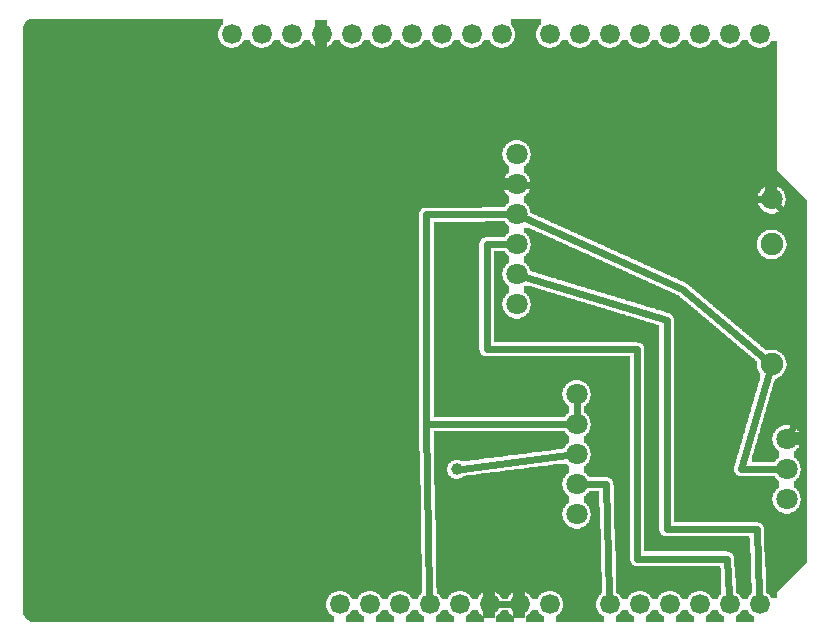
<source format=gtl>
G04 MADE WITH FRITZING*
G04 WWW.FRITZING.ORG*
G04 DOUBLE SIDED*
G04 HOLES PLATED*
G04 CONTOUR ON CENTER OF CONTOUR VECTOR*
%ASAXBY*%
%FSLAX23Y23*%
%MOIN*%
%OFA0B0*%
%SFA1.0B1.0*%
%ADD10C,0.075000*%
%ADD11C,0.066194*%
%ADD12C,0.066222*%
%ADD13C,0.070866*%
%ADD14C,0.039370*%
%ADD15C,0.024000*%
%LNCOPPER1*%
G90*
G70*
G54D10*
X1500Y1302D03*
X132Y2011D03*
X1497Y635D03*
G54D11*
X2106Y107D03*
X2206Y107D03*
X2306Y107D03*
X2406Y107D03*
X2506Y107D03*
G54D12*
X1646Y2007D03*
X1546Y2007D03*
X1446Y2007D03*
X1346Y2007D03*
X1246Y2007D03*
X1146Y2007D03*
X1046Y2007D03*
X946Y2007D03*
X846Y2007D03*
X746Y2007D03*
X2506Y2007D03*
X2406Y2007D03*
X2306Y2007D03*
X2206Y2007D03*
X2106Y2007D03*
X2006Y2007D03*
X1906Y2007D03*
X1806Y2007D03*
G54D11*
X1206Y107D03*
X1106Y107D03*
X1306Y107D03*
X1406Y107D03*
X1506Y107D03*
X1606Y107D03*
X1706Y107D03*
X1806Y107D03*
X2006Y107D03*
G54D13*
X1896Y807D03*
X1896Y707D03*
X1896Y607D03*
X1896Y507D03*
X1896Y407D03*
X1696Y1607D03*
X1696Y1207D03*
X1696Y1507D03*
X1696Y1407D03*
X1696Y1307D03*
X1696Y1107D03*
X2596Y457D03*
X2596Y557D03*
X2596Y657D03*
X2546Y907D03*
X2546Y1307D03*
X2546Y1457D03*
G54D14*
X1496Y557D03*
G54D10*
X2546Y1307D03*
X2546Y907D03*
G54D15*
X2196Y357D02*
X2196Y1055D01*
D02*
X2496Y357D02*
X2196Y357D01*
D02*
X2196Y1055D02*
X1725Y1198D01*
D02*
X2505Y137D02*
X2496Y357D01*
D02*
X1395Y708D02*
X1395Y1406D01*
D02*
X1395Y1406D02*
X1665Y1407D01*
D02*
X1405Y137D02*
X1395Y708D01*
D02*
X1395Y708D02*
X1865Y707D01*
D02*
X1405Y137D02*
X1395Y708D01*
D02*
X1515Y559D02*
X1865Y603D01*
D02*
X1995Y507D02*
X1927Y507D01*
D02*
X2005Y137D02*
X1995Y507D01*
D02*
X1896Y776D02*
X1896Y737D01*
D02*
X1636Y107D02*
X1676Y107D01*
D02*
X1597Y957D02*
X2098Y957D01*
D02*
X2098Y957D02*
X2098Y259D01*
D02*
X1597Y1308D02*
X1597Y957D01*
D02*
X2098Y259D02*
X2397Y259D01*
D02*
X1665Y1307D02*
X1597Y1308D01*
D02*
X2397Y259D02*
X2404Y137D01*
D02*
X2445Y558D02*
X2565Y557D01*
D02*
X2537Y877D02*
X2445Y558D01*
D02*
X1724Y1394D02*
X2248Y1158D01*
D02*
X2248Y1158D02*
X2522Y926D01*
D02*
X2646Y755D02*
X2610Y684D01*
D02*
X2646Y1355D02*
X2646Y755D01*
D02*
X2567Y1435D02*
X2646Y1355D01*
D02*
X1727Y1505D02*
X2515Y1458D01*
G36*
X1590Y1383D02*
X1590Y1381D01*
X1420Y1381D01*
X1420Y853D01*
X1908Y853D01*
X1908Y851D01*
X1914Y851D01*
X1914Y849D01*
X1918Y849D01*
X1918Y847D01*
X1922Y847D01*
X1922Y845D01*
X1924Y845D01*
X1924Y843D01*
X1926Y843D01*
X1926Y841D01*
X1930Y841D01*
X1930Y837D01*
X1932Y837D01*
X1932Y835D01*
X1934Y835D01*
X1934Y833D01*
X1936Y833D01*
X1936Y829D01*
X1938Y829D01*
X1938Y825D01*
X1940Y825D01*
X1940Y821D01*
X1942Y821D01*
X1942Y811D01*
X1944Y811D01*
X1944Y801D01*
X1942Y801D01*
X1942Y793D01*
X1940Y793D01*
X1940Y787D01*
X1938Y787D01*
X1938Y783D01*
X1936Y783D01*
X1936Y779D01*
X1934Y779D01*
X1934Y777D01*
X1932Y777D01*
X1932Y775D01*
X1930Y775D01*
X1930Y773D01*
X1928Y773D01*
X1928Y771D01*
X1926Y771D01*
X1926Y769D01*
X1924Y769D01*
X1924Y767D01*
X1920Y767D01*
X1920Y747D01*
X1922Y747D01*
X1922Y745D01*
X1924Y745D01*
X1924Y743D01*
X1926Y743D01*
X1926Y741D01*
X1930Y741D01*
X1930Y737D01*
X1932Y737D01*
X1932Y735D01*
X1934Y735D01*
X1934Y733D01*
X1936Y733D01*
X1936Y729D01*
X1938Y729D01*
X1938Y725D01*
X1940Y725D01*
X1940Y721D01*
X1942Y721D01*
X1942Y711D01*
X1944Y711D01*
X1944Y701D01*
X1942Y701D01*
X1942Y693D01*
X1940Y693D01*
X1940Y687D01*
X1938Y687D01*
X1938Y683D01*
X1936Y683D01*
X1936Y679D01*
X1934Y679D01*
X1934Y677D01*
X1932Y677D01*
X1932Y675D01*
X1930Y675D01*
X1930Y673D01*
X1928Y673D01*
X1928Y671D01*
X1926Y671D01*
X1926Y669D01*
X1924Y669D01*
X1924Y667D01*
X1920Y667D01*
X1920Y647D01*
X1922Y647D01*
X1922Y645D01*
X1924Y645D01*
X1924Y643D01*
X1926Y643D01*
X1926Y641D01*
X1930Y641D01*
X1930Y637D01*
X1932Y637D01*
X1932Y635D01*
X1934Y635D01*
X1934Y633D01*
X1936Y633D01*
X1936Y629D01*
X1938Y629D01*
X1938Y625D01*
X1940Y625D01*
X1940Y621D01*
X1942Y621D01*
X1942Y611D01*
X1944Y611D01*
X1944Y601D01*
X1942Y601D01*
X1942Y593D01*
X1940Y593D01*
X1940Y587D01*
X1938Y587D01*
X1938Y583D01*
X1936Y583D01*
X1936Y579D01*
X1934Y579D01*
X1934Y577D01*
X1932Y577D01*
X1932Y575D01*
X1930Y575D01*
X1930Y573D01*
X1928Y573D01*
X1928Y571D01*
X1926Y571D01*
X1926Y569D01*
X1924Y569D01*
X1924Y567D01*
X1920Y567D01*
X1920Y547D01*
X1922Y547D01*
X1922Y545D01*
X1924Y545D01*
X1924Y543D01*
X1926Y543D01*
X1926Y541D01*
X1930Y541D01*
X1930Y537D01*
X1932Y537D01*
X1932Y535D01*
X1934Y535D01*
X1934Y533D01*
X1936Y533D01*
X1936Y531D01*
X2000Y531D01*
X2000Y529D01*
X2006Y529D01*
X2006Y527D01*
X2008Y527D01*
X2008Y525D01*
X2012Y525D01*
X2012Y523D01*
X2014Y523D01*
X2014Y519D01*
X2016Y519D01*
X2016Y515D01*
X2018Y515D01*
X2018Y503D01*
X2020Y503D01*
X2020Y431D01*
X2022Y431D01*
X2022Y359D01*
X2024Y359D01*
X2024Y285D01*
X2026Y285D01*
X2026Y213D01*
X2028Y213D01*
X2028Y151D01*
X2316Y151D01*
X2316Y149D01*
X2322Y149D01*
X2322Y147D01*
X2326Y147D01*
X2326Y145D01*
X2330Y145D01*
X2330Y143D01*
X2332Y143D01*
X2332Y141D01*
X2336Y141D01*
X2336Y139D01*
X2338Y139D01*
X2338Y137D01*
X2340Y137D01*
X2340Y135D01*
X2342Y135D01*
X2342Y131D01*
X2344Y131D01*
X2344Y129D01*
X2346Y129D01*
X2346Y125D01*
X2366Y125D01*
X2366Y129D01*
X2368Y129D01*
X2368Y131D01*
X2370Y131D01*
X2370Y135D01*
X2372Y135D01*
X2372Y137D01*
X2374Y137D01*
X2374Y139D01*
X2376Y139D01*
X2376Y141D01*
X2378Y141D01*
X2378Y193D01*
X2376Y193D01*
X2376Y229D01*
X2374Y229D01*
X2374Y235D01*
X2088Y235D01*
X2088Y237D01*
X2084Y237D01*
X2084Y239D01*
X2082Y239D01*
X2082Y241D01*
X2080Y241D01*
X2080Y243D01*
X2078Y243D01*
X2078Y247D01*
X2076Y247D01*
X2076Y251D01*
X2074Y251D01*
X2074Y933D01*
X1588Y933D01*
X1588Y935D01*
X1584Y935D01*
X1584Y937D01*
X1582Y937D01*
X1582Y939D01*
X1578Y939D01*
X1578Y943D01*
X1576Y943D01*
X1576Y945D01*
X1574Y945D01*
X1574Y953D01*
X1572Y953D01*
X1572Y1311D01*
X1574Y1311D01*
X1574Y1317D01*
X1576Y1317D01*
X1576Y1321D01*
X1578Y1321D01*
X1578Y1323D01*
X1580Y1323D01*
X1580Y1325D01*
X1582Y1325D01*
X1582Y1327D01*
X1584Y1327D01*
X1584Y1329D01*
X1590Y1329D01*
X1590Y1331D01*
X1656Y1331D01*
X1656Y1333D01*
X1658Y1333D01*
X1658Y1335D01*
X1660Y1335D01*
X1660Y1339D01*
X1662Y1339D01*
X1662Y1341D01*
X1666Y1341D01*
X1666Y1343D01*
X1668Y1343D01*
X1668Y1345D01*
X1670Y1345D01*
X1670Y1347D01*
X1672Y1347D01*
X1672Y1367D01*
X1668Y1367D01*
X1668Y1369D01*
X1666Y1369D01*
X1666Y1371D01*
X1664Y1371D01*
X1664Y1373D01*
X1662Y1373D01*
X1662Y1375D01*
X1660Y1375D01*
X1660Y1377D01*
X1658Y1377D01*
X1658Y1379D01*
X1656Y1379D01*
X1656Y1383D01*
X1590Y1383D01*
G37*
D02*
G36*
X1420Y853D02*
X1420Y731D01*
X1856Y731D01*
X1856Y733D01*
X1858Y733D01*
X1858Y735D01*
X1860Y735D01*
X1860Y737D01*
X1862Y737D01*
X1862Y741D01*
X1866Y741D01*
X1866Y743D01*
X1868Y743D01*
X1868Y745D01*
X1870Y745D01*
X1870Y747D01*
X1872Y747D01*
X1872Y767D01*
X1868Y767D01*
X1868Y769D01*
X1866Y769D01*
X1866Y771D01*
X1864Y771D01*
X1864Y773D01*
X1862Y773D01*
X1862Y775D01*
X1860Y775D01*
X1860Y777D01*
X1858Y777D01*
X1858Y779D01*
X1856Y779D01*
X1856Y783D01*
X1854Y783D01*
X1854Y787D01*
X1852Y787D01*
X1852Y791D01*
X1850Y791D01*
X1850Y801D01*
X1848Y801D01*
X1848Y813D01*
X1850Y813D01*
X1850Y821D01*
X1852Y821D01*
X1852Y827D01*
X1854Y827D01*
X1854Y829D01*
X1856Y829D01*
X1856Y833D01*
X1858Y833D01*
X1858Y835D01*
X1860Y835D01*
X1860Y837D01*
X1862Y837D01*
X1862Y841D01*
X1866Y841D01*
X1866Y843D01*
X1868Y843D01*
X1868Y845D01*
X1870Y845D01*
X1870Y847D01*
X1874Y847D01*
X1874Y849D01*
X1878Y849D01*
X1878Y851D01*
X1884Y851D01*
X1884Y853D01*
X1420Y853D01*
G37*
D02*
G36*
X2028Y151D02*
X2028Y145D01*
X2030Y145D01*
X2030Y143D01*
X2032Y143D01*
X2032Y141D01*
X2036Y141D01*
X2036Y139D01*
X2038Y139D01*
X2038Y137D01*
X2040Y137D01*
X2040Y135D01*
X2042Y135D01*
X2042Y131D01*
X2044Y131D01*
X2044Y129D01*
X2046Y129D01*
X2046Y125D01*
X2066Y125D01*
X2066Y129D01*
X2068Y129D01*
X2068Y131D01*
X2070Y131D01*
X2070Y135D01*
X2072Y135D01*
X2072Y137D01*
X2074Y137D01*
X2074Y139D01*
X2076Y139D01*
X2076Y141D01*
X2078Y141D01*
X2078Y143D01*
X2082Y143D01*
X2082Y145D01*
X2086Y145D01*
X2086Y147D01*
X2090Y147D01*
X2090Y149D01*
X2096Y149D01*
X2096Y151D01*
X2028Y151D01*
G37*
D02*
G36*
X2116Y151D02*
X2116Y149D01*
X2122Y149D01*
X2122Y147D01*
X2126Y147D01*
X2126Y145D01*
X2130Y145D01*
X2130Y143D01*
X2132Y143D01*
X2132Y141D01*
X2136Y141D01*
X2136Y139D01*
X2138Y139D01*
X2138Y137D01*
X2140Y137D01*
X2140Y135D01*
X2142Y135D01*
X2142Y131D01*
X2144Y131D01*
X2144Y129D01*
X2146Y129D01*
X2146Y125D01*
X2166Y125D01*
X2166Y129D01*
X2168Y129D01*
X2168Y131D01*
X2170Y131D01*
X2170Y135D01*
X2172Y135D01*
X2172Y137D01*
X2174Y137D01*
X2174Y139D01*
X2176Y139D01*
X2176Y141D01*
X2178Y141D01*
X2178Y143D01*
X2182Y143D01*
X2182Y145D01*
X2186Y145D01*
X2186Y147D01*
X2190Y147D01*
X2190Y149D01*
X2196Y149D01*
X2196Y151D01*
X2116Y151D01*
G37*
D02*
G36*
X2216Y151D02*
X2216Y149D01*
X2222Y149D01*
X2222Y147D01*
X2226Y147D01*
X2226Y145D01*
X2230Y145D01*
X2230Y143D01*
X2232Y143D01*
X2232Y141D01*
X2236Y141D01*
X2236Y139D01*
X2238Y139D01*
X2238Y137D01*
X2240Y137D01*
X2240Y135D01*
X2242Y135D01*
X2242Y131D01*
X2244Y131D01*
X2244Y129D01*
X2246Y129D01*
X2246Y125D01*
X2266Y125D01*
X2266Y129D01*
X2268Y129D01*
X2268Y131D01*
X2270Y131D01*
X2270Y135D01*
X2272Y135D01*
X2272Y137D01*
X2274Y137D01*
X2274Y139D01*
X2276Y139D01*
X2276Y141D01*
X2278Y141D01*
X2278Y143D01*
X2282Y143D01*
X2282Y145D01*
X2286Y145D01*
X2286Y147D01*
X2290Y147D01*
X2290Y149D01*
X2296Y149D01*
X2296Y151D01*
X2216Y151D01*
G37*
D02*
G36*
X76Y2059D02*
X76Y2057D01*
X70Y2057D01*
X70Y2055D01*
X68Y2055D01*
X68Y2053D01*
X64Y2053D01*
X64Y2051D01*
X62Y2051D01*
X62Y2049D01*
X60Y2049D01*
X60Y2047D01*
X58Y2047D01*
X58Y2043D01*
X56Y2043D01*
X56Y2041D01*
X54Y2041D01*
X54Y2035D01*
X52Y2035D01*
X52Y1961D01*
X738Y1961D01*
X738Y1963D01*
X730Y1963D01*
X730Y1965D01*
X726Y1965D01*
X726Y1967D01*
X722Y1967D01*
X722Y1969D01*
X720Y1969D01*
X720Y1971D01*
X716Y1971D01*
X716Y1973D01*
X714Y1973D01*
X714Y1975D01*
X712Y1975D01*
X712Y1979D01*
X710Y1979D01*
X710Y1981D01*
X708Y1981D01*
X708Y1983D01*
X706Y1983D01*
X706Y1987D01*
X704Y1987D01*
X704Y1993D01*
X702Y1993D01*
X702Y2003D01*
X700Y2003D01*
X700Y2009D01*
X702Y2009D01*
X702Y2019D01*
X704Y2019D01*
X704Y2025D01*
X706Y2025D01*
X706Y2029D01*
X708Y2029D01*
X708Y2031D01*
X710Y2031D01*
X710Y2035D01*
X712Y2035D01*
X712Y2037D01*
X714Y2037D01*
X714Y2039D01*
X716Y2039D01*
X716Y2059D01*
X76Y2059D01*
G37*
D02*
G36*
X1676Y2059D02*
X1676Y2039D01*
X1678Y2039D01*
X1678Y2037D01*
X1680Y2037D01*
X1680Y2035D01*
X1682Y2035D01*
X1682Y2031D01*
X1684Y2031D01*
X1684Y2029D01*
X1686Y2029D01*
X1686Y2025D01*
X1688Y2025D01*
X1688Y2019D01*
X1690Y2019D01*
X1690Y2007D01*
X1692Y2007D01*
X1692Y2005D01*
X1690Y2005D01*
X1690Y1993D01*
X1688Y1993D01*
X1688Y1987D01*
X1686Y1987D01*
X1686Y1985D01*
X1684Y1985D01*
X1684Y1981D01*
X1682Y1981D01*
X1682Y1979D01*
X1680Y1979D01*
X1680Y1975D01*
X1678Y1975D01*
X1678Y1973D01*
X1674Y1973D01*
X1674Y1971D01*
X1672Y1971D01*
X1672Y1969D01*
X1670Y1969D01*
X1670Y1967D01*
X1666Y1967D01*
X1666Y1965D01*
X1662Y1965D01*
X1662Y1963D01*
X1654Y1963D01*
X1654Y1961D01*
X1798Y1961D01*
X1798Y1963D01*
X1790Y1963D01*
X1790Y1965D01*
X1786Y1965D01*
X1786Y1967D01*
X1782Y1967D01*
X1782Y1969D01*
X1780Y1969D01*
X1780Y1971D01*
X1776Y1971D01*
X1776Y1973D01*
X1774Y1973D01*
X1774Y1975D01*
X1772Y1975D01*
X1772Y1979D01*
X1770Y1979D01*
X1770Y1981D01*
X1768Y1981D01*
X1768Y1983D01*
X1766Y1983D01*
X1766Y1987D01*
X1764Y1987D01*
X1764Y1993D01*
X1762Y1993D01*
X1762Y2003D01*
X1760Y2003D01*
X1760Y2009D01*
X1762Y2009D01*
X1762Y2019D01*
X1764Y2019D01*
X1764Y2025D01*
X1766Y2025D01*
X1766Y2029D01*
X1768Y2029D01*
X1768Y2031D01*
X1770Y2031D01*
X1770Y2035D01*
X1772Y2035D01*
X1772Y2037D01*
X1774Y2037D01*
X1774Y2039D01*
X1776Y2039D01*
X1776Y2059D01*
X1676Y2059D01*
G37*
D02*
G36*
X786Y1987D02*
X786Y1985D01*
X784Y1985D01*
X784Y1981D01*
X782Y1981D01*
X782Y1979D01*
X780Y1979D01*
X780Y1975D01*
X778Y1975D01*
X778Y1973D01*
X774Y1973D01*
X774Y1971D01*
X772Y1971D01*
X772Y1969D01*
X770Y1969D01*
X770Y1967D01*
X766Y1967D01*
X766Y1965D01*
X762Y1965D01*
X762Y1963D01*
X754Y1963D01*
X754Y1961D01*
X838Y1961D01*
X838Y1963D01*
X830Y1963D01*
X830Y1965D01*
X826Y1965D01*
X826Y1967D01*
X822Y1967D01*
X822Y1969D01*
X820Y1969D01*
X820Y1971D01*
X816Y1971D01*
X816Y1973D01*
X814Y1973D01*
X814Y1975D01*
X812Y1975D01*
X812Y1979D01*
X810Y1979D01*
X810Y1981D01*
X808Y1981D01*
X808Y1983D01*
X806Y1983D01*
X806Y1987D01*
X786Y1987D01*
G37*
D02*
G36*
X886Y1987D02*
X886Y1985D01*
X884Y1985D01*
X884Y1981D01*
X882Y1981D01*
X882Y1979D01*
X880Y1979D01*
X880Y1975D01*
X878Y1975D01*
X878Y1973D01*
X876Y1973D01*
X876Y1971D01*
X872Y1971D01*
X872Y1969D01*
X870Y1969D01*
X870Y1967D01*
X866Y1967D01*
X866Y1965D01*
X862Y1965D01*
X862Y1963D01*
X854Y1963D01*
X854Y1961D01*
X938Y1961D01*
X938Y1963D01*
X930Y1963D01*
X930Y1965D01*
X926Y1965D01*
X926Y1967D01*
X922Y1967D01*
X922Y1969D01*
X920Y1969D01*
X920Y1971D01*
X916Y1971D01*
X916Y1973D01*
X914Y1973D01*
X914Y1975D01*
X912Y1975D01*
X912Y1979D01*
X910Y1979D01*
X910Y1981D01*
X908Y1981D01*
X908Y1983D01*
X906Y1983D01*
X906Y1987D01*
X886Y1987D01*
G37*
D02*
G36*
X986Y1987D02*
X986Y1985D01*
X984Y1985D01*
X984Y1981D01*
X982Y1981D01*
X982Y1979D01*
X980Y1979D01*
X980Y1975D01*
X978Y1975D01*
X978Y1973D01*
X976Y1973D01*
X976Y1971D01*
X972Y1971D01*
X972Y1969D01*
X970Y1969D01*
X970Y1967D01*
X966Y1967D01*
X966Y1965D01*
X962Y1965D01*
X962Y1963D01*
X954Y1963D01*
X954Y1961D01*
X1038Y1961D01*
X1038Y1963D01*
X1030Y1963D01*
X1030Y1965D01*
X1026Y1965D01*
X1026Y1967D01*
X1022Y1967D01*
X1022Y1969D01*
X1020Y1969D01*
X1020Y1971D01*
X1016Y1971D01*
X1016Y1973D01*
X1014Y1973D01*
X1014Y1975D01*
X1012Y1975D01*
X1012Y1979D01*
X1010Y1979D01*
X1010Y1981D01*
X1008Y1981D01*
X1008Y1983D01*
X1006Y1983D01*
X1006Y1987D01*
X986Y1987D01*
G37*
D02*
G36*
X1086Y1987D02*
X1086Y1985D01*
X1084Y1985D01*
X1084Y1981D01*
X1082Y1981D01*
X1082Y1979D01*
X1080Y1979D01*
X1080Y1975D01*
X1078Y1975D01*
X1078Y1973D01*
X1076Y1973D01*
X1076Y1971D01*
X1072Y1971D01*
X1072Y1969D01*
X1070Y1969D01*
X1070Y1967D01*
X1066Y1967D01*
X1066Y1965D01*
X1062Y1965D01*
X1062Y1963D01*
X1054Y1963D01*
X1054Y1961D01*
X1138Y1961D01*
X1138Y1963D01*
X1130Y1963D01*
X1130Y1965D01*
X1126Y1965D01*
X1126Y1967D01*
X1122Y1967D01*
X1122Y1969D01*
X1120Y1969D01*
X1120Y1971D01*
X1116Y1971D01*
X1116Y1973D01*
X1114Y1973D01*
X1114Y1975D01*
X1112Y1975D01*
X1112Y1979D01*
X1110Y1979D01*
X1110Y1981D01*
X1108Y1981D01*
X1108Y1983D01*
X1106Y1983D01*
X1106Y1987D01*
X1086Y1987D01*
G37*
D02*
G36*
X1186Y1987D02*
X1186Y1985D01*
X1184Y1985D01*
X1184Y1981D01*
X1182Y1981D01*
X1182Y1979D01*
X1180Y1979D01*
X1180Y1975D01*
X1178Y1975D01*
X1178Y1973D01*
X1176Y1973D01*
X1176Y1971D01*
X1172Y1971D01*
X1172Y1969D01*
X1170Y1969D01*
X1170Y1967D01*
X1166Y1967D01*
X1166Y1965D01*
X1162Y1965D01*
X1162Y1963D01*
X1154Y1963D01*
X1154Y1961D01*
X1238Y1961D01*
X1238Y1963D01*
X1230Y1963D01*
X1230Y1965D01*
X1226Y1965D01*
X1226Y1967D01*
X1222Y1967D01*
X1222Y1969D01*
X1220Y1969D01*
X1220Y1971D01*
X1216Y1971D01*
X1216Y1973D01*
X1214Y1973D01*
X1214Y1975D01*
X1212Y1975D01*
X1212Y1979D01*
X1210Y1979D01*
X1210Y1981D01*
X1208Y1981D01*
X1208Y1983D01*
X1206Y1983D01*
X1206Y1987D01*
X1186Y1987D01*
G37*
D02*
G36*
X1286Y1987D02*
X1286Y1985D01*
X1284Y1985D01*
X1284Y1981D01*
X1282Y1981D01*
X1282Y1979D01*
X1280Y1979D01*
X1280Y1975D01*
X1278Y1975D01*
X1278Y1973D01*
X1276Y1973D01*
X1276Y1971D01*
X1272Y1971D01*
X1272Y1969D01*
X1270Y1969D01*
X1270Y1967D01*
X1266Y1967D01*
X1266Y1965D01*
X1262Y1965D01*
X1262Y1963D01*
X1254Y1963D01*
X1254Y1961D01*
X1338Y1961D01*
X1338Y1963D01*
X1330Y1963D01*
X1330Y1965D01*
X1326Y1965D01*
X1326Y1967D01*
X1322Y1967D01*
X1322Y1969D01*
X1320Y1969D01*
X1320Y1971D01*
X1316Y1971D01*
X1316Y1973D01*
X1314Y1973D01*
X1314Y1975D01*
X1312Y1975D01*
X1312Y1979D01*
X1310Y1979D01*
X1310Y1981D01*
X1308Y1981D01*
X1308Y1983D01*
X1306Y1983D01*
X1306Y1987D01*
X1286Y1987D01*
G37*
D02*
G36*
X1386Y1987D02*
X1386Y1985D01*
X1384Y1985D01*
X1384Y1981D01*
X1382Y1981D01*
X1382Y1979D01*
X1380Y1979D01*
X1380Y1975D01*
X1378Y1975D01*
X1378Y1973D01*
X1376Y1973D01*
X1376Y1971D01*
X1372Y1971D01*
X1372Y1969D01*
X1370Y1969D01*
X1370Y1967D01*
X1366Y1967D01*
X1366Y1965D01*
X1362Y1965D01*
X1362Y1963D01*
X1354Y1963D01*
X1354Y1961D01*
X1438Y1961D01*
X1438Y1963D01*
X1430Y1963D01*
X1430Y1965D01*
X1426Y1965D01*
X1426Y1967D01*
X1422Y1967D01*
X1422Y1969D01*
X1420Y1969D01*
X1420Y1971D01*
X1416Y1971D01*
X1416Y1973D01*
X1414Y1973D01*
X1414Y1975D01*
X1412Y1975D01*
X1412Y1979D01*
X1410Y1979D01*
X1410Y1981D01*
X1408Y1981D01*
X1408Y1983D01*
X1406Y1983D01*
X1406Y1987D01*
X1386Y1987D01*
G37*
D02*
G36*
X1486Y1987D02*
X1486Y1985D01*
X1484Y1985D01*
X1484Y1981D01*
X1482Y1981D01*
X1482Y1979D01*
X1480Y1979D01*
X1480Y1975D01*
X1478Y1975D01*
X1478Y1973D01*
X1476Y1973D01*
X1476Y1971D01*
X1472Y1971D01*
X1472Y1969D01*
X1470Y1969D01*
X1470Y1967D01*
X1466Y1967D01*
X1466Y1965D01*
X1462Y1965D01*
X1462Y1963D01*
X1454Y1963D01*
X1454Y1961D01*
X1538Y1961D01*
X1538Y1963D01*
X1530Y1963D01*
X1530Y1965D01*
X1526Y1965D01*
X1526Y1967D01*
X1522Y1967D01*
X1522Y1969D01*
X1520Y1969D01*
X1520Y1971D01*
X1516Y1971D01*
X1516Y1973D01*
X1514Y1973D01*
X1514Y1975D01*
X1512Y1975D01*
X1512Y1979D01*
X1510Y1979D01*
X1510Y1981D01*
X1508Y1981D01*
X1508Y1983D01*
X1506Y1983D01*
X1506Y1987D01*
X1486Y1987D01*
G37*
D02*
G36*
X1586Y1987D02*
X1586Y1985D01*
X1584Y1985D01*
X1584Y1981D01*
X1582Y1981D01*
X1582Y1979D01*
X1580Y1979D01*
X1580Y1975D01*
X1578Y1975D01*
X1578Y1973D01*
X1576Y1973D01*
X1576Y1971D01*
X1572Y1971D01*
X1572Y1969D01*
X1570Y1969D01*
X1570Y1967D01*
X1566Y1967D01*
X1566Y1965D01*
X1562Y1965D01*
X1562Y1963D01*
X1554Y1963D01*
X1554Y1961D01*
X1638Y1961D01*
X1638Y1963D01*
X1630Y1963D01*
X1630Y1965D01*
X1626Y1965D01*
X1626Y1967D01*
X1622Y1967D01*
X1622Y1969D01*
X1620Y1969D01*
X1620Y1971D01*
X1616Y1971D01*
X1616Y1973D01*
X1614Y1973D01*
X1614Y1975D01*
X1612Y1975D01*
X1612Y1979D01*
X1610Y1979D01*
X1610Y1981D01*
X1608Y1981D01*
X1608Y1983D01*
X1606Y1983D01*
X1606Y1987D01*
X1586Y1987D01*
G37*
D02*
G36*
X1846Y1987D02*
X1846Y1985D01*
X1844Y1985D01*
X1844Y1981D01*
X1842Y1981D01*
X1842Y1979D01*
X1840Y1979D01*
X1840Y1975D01*
X1838Y1975D01*
X1838Y1973D01*
X1836Y1973D01*
X1836Y1971D01*
X1832Y1971D01*
X1832Y1969D01*
X1830Y1969D01*
X1830Y1967D01*
X1826Y1967D01*
X1826Y1965D01*
X1822Y1965D01*
X1822Y1963D01*
X1814Y1963D01*
X1814Y1961D01*
X1898Y1961D01*
X1898Y1963D01*
X1890Y1963D01*
X1890Y1965D01*
X1886Y1965D01*
X1886Y1967D01*
X1882Y1967D01*
X1882Y1969D01*
X1880Y1969D01*
X1880Y1971D01*
X1876Y1971D01*
X1876Y1973D01*
X1874Y1973D01*
X1874Y1975D01*
X1872Y1975D01*
X1872Y1979D01*
X1870Y1979D01*
X1870Y1981D01*
X1868Y1981D01*
X1868Y1983D01*
X1866Y1983D01*
X1866Y1987D01*
X1846Y1987D01*
G37*
D02*
G36*
X1946Y1987D02*
X1946Y1985D01*
X1944Y1985D01*
X1944Y1981D01*
X1942Y1981D01*
X1942Y1979D01*
X1940Y1979D01*
X1940Y1975D01*
X1938Y1975D01*
X1938Y1973D01*
X1936Y1973D01*
X1936Y1971D01*
X1932Y1971D01*
X1932Y1969D01*
X1930Y1969D01*
X1930Y1967D01*
X1926Y1967D01*
X1926Y1965D01*
X1922Y1965D01*
X1922Y1963D01*
X1914Y1963D01*
X1914Y1961D01*
X1998Y1961D01*
X1998Y1963D01*
X1990Y1963D01*
X1990Y1965D01*
X1986Y1965D01*
X1986Y1967D01*
X1982Y1967D01*
X1982Y1969D01*
X1980Y1969D01*
X1980Y1971D01*
X1976Y1971D01*
X1976Y1973D01*
X1974Y1973D01*
X1974Y1975D01*
X1972Y1975D01*
X1972Y1979D01*
X1970Y1979D01*
X1970Y1981D01*
X1968Y1981D01*
X1968Y1983D01*
X1966Y1983D01*
X1966Y1987D01*
X1946Y1987D01*
G37*
D02*
G36*
X2046Y1987D02*
X2046Y1985D01*
X2044Y1985D01*
X2044Y1981D01*
X2042Y1981D01*
X2042Y1979D01*
X2040Y1979D01*
X2040Y1975D01*
X2038Y1975D01*
X2038Y1973D01*
X2036Y1973D01*
X2036Y1971D01*
X2032Y1971D01*
X2032Y1969D01*
X2030Y1969D01*
X2030Y1967D01*
X2026Y1967D01*
X2026Y1965D01*
X2022Y1965D01*
X2022Y1963D01*
X2014Y1963D01*
X2014Y1961D01*
X2098Y1961D01*
X2098Y1963D01*
X2090Y1963D01*
X2090Y1965D01*
X2086Y1965D01*
X2086Y1967D01*
X2082Y1967D01*
X2082Y1969D01*
X2080Y1969D01*
X2080Y1971D01*
X2076Y1971D01*
X2076Y1973D01*
X2074Y1973D01*
X2074Y1975D01*
X2072Y1975D01*
X2072Y1979D01*
X2070Y1979D01*
X2070Y1981D01*
X2068Y1981D01*
X2068Y1983D01*
X2066Y1983D01*
X2066Y1987D01*
X2046Y1987D01*
G37*
D02*
G36*
X2146Y1987D02*
X2146Y1985D01*
X2144Y1985D01*
X2144Y1981D01*
X2142Y1981D01*
X2142Y1979D01*
X2140Y1979D01*
X2140Y1975D01*
X2138Y1975D01*
X2138Y1973D01*
X2136Y1973D01*
X2136Y1971D01*
X2132Y1971D01*
X2132Y1969D01*
X2130Y1969D01*
X2130Y1967D01*
X2126Y1967D01*
X2126Y1965D01*
X2122Y1965D01*
X2122Y1963D01*
X2114Y1963D01*
X2114Y1961D01*
X2198Y1961D01*
X2198Y1963D01*
X2190Y1963D01*
X2190Y1965D01*
X2186Y1965D01*
X2186Y1967D01*
X2182Y1967D01*
X2182Y1969D01*
X2180Y1969D01*
X2180Y1971D01*
X2176Y1971D01*
X2176Y1973D01*
X2174Y1973D01*
X2174Y1975D01*
X2172Y1975D01*
X2172Y1979D01*
X2170Y1979D01*
X2170Y1981D01*
X2168Y1981D01*
X2168Y1983D01*
X2166Y1983D01*
X2166Y1987D01*
X2146Y1987D01*
G37*
D02*
G36*
X2246Y1987D02*
X2246Y1985D01*
X2244Y1985D01*
X2244Y1981D01*
X2242Y1981D01*
X2242Y1979D01*
X2240Y1979D01*
X2240Y1975D01*
X2238Y1975D01*
X2238Y1973D01*
X2234Y1973D01*
X2234Y1971D01*
X2232Y1971D01*
X2232Y1969D01*
X2230Y1969D01*
X2230Y1967D01*
X2226Y1967D01*
X2226Y1965D01*
X2222Y1965D01*
X2222Y1963D01*
X2214Y1963D01*
X2214Y1961D01*
X2298Y1961D01*
X2298Y1963D01*
X2290Y1963D01*
X2290Y1965D01*
X2286Y1965D01*
X2286Y1967D01*
X2282Y1967D01*
X2282Y1969D01*
X2280Y1969D01*
X2280Y1971D01*
X2276Y1971D01*
X2276Y1973D01*
X2274Y1973D01*
X2274Y1975D01*
X2272Y1975D01*
X2272Y1979D01*
X2270Y1979D01*
X2270Y1981D01*
X2268Y1981D01*
X2268Y1983D01*
X2266Y1983D01*
X2266Y1987D01*
X2246Y1987D01*
G37*
D02*
G36*
X2346Y1987D02*
X2346Y1985D01*
X2344Y1985D01*
X2344Y1981D01*
X2342Y1981D01*
X2342Y1979D01*
X2340Y1979D01*
X2340Y1975D01*
X2338Y1975D01*
X2338Y1973D01*
X2336Y1973D01*
X2336Y1971D01*
X2332Y1971D01*
X2332Y1969D01*
X2330Y1969D01*
X2330Y1967D01*
X2326Y1967D01*
X2326Y1965D01*
X2322Y1965D01*
X2322Y1963D01*
X2314Y1963D01*
X2314Y1961D01*
X2398Y1961D01*
X2398Y1963D01*
X2390Y1963D01*
X2390Y1965D01*
X2386Y1965D01*
X2386Y1967D01*
X2382Y1967D01*
X2382Y1969D01*
X2380Y1969D01*
X2380Y1971D01*
X2376Y1971D01*
X2376Y1973D01*
X2374Y1973D01*
X2374Y1975D01*
X2372Y1975D01*
X2372Y1979D01*
X2370Y1979D01*
X2370Y1981D01*
X2368Y1981D01*
X2368Y1983D01*
X2366Y1983D01*
X2366Y1987D01*
X2346Y1987D01*
G37*
D02*
G36*
X2446Y1987D02*
X2446Y1985D01*
X2444Y1985D01*
X2444Y1981D01*
X2442Y1981D01*
X2442Y1979D01*
X2440Y1979D01*
X2440Y1975D01*
X2438Y1975D01*
X2438Y1973D01*
X2436Y1973D01*
X2436Y1971D01*
X2432Y1971D01*
X2432Y1969D01*
X2430Y1969D01*
X2430Y1967D01*
X2426Y1967D01*
X2426Y1965D01*
X2422Y1965D01*
X2422Y1963D01*
X2414Y1963D01*
X2414Y1961D01*
X2498Y1961D01*
X2498Y1963D01*
X2490Y1963D01*
X2490Y1965D01*
X2486Y1965D01*
X2486Y1967D01*
X2482Y1967D01*
X2482Y1969D01*
X2480Y1969D01*
X2480Y1971D01*
X2476Y1971D01*
X2476Y1973D01*
X2474Y1973D01*
X2474Y1975D01*
X2472Y1975D01*
X2472Y1979D01*
X2470Y1979D01*
X2470Y1981D01*
X2468Y1981D01*
X2468Y1983D01*
X2466Y1983D01*
X2466Y1987D01*
X2446Y1987D01*
G37*
D02*
G36*
X2544Y1985D02*
X2544Y1981D01*
X2542Y1981D01*
X2542Y1979D01*
X2540Y1979D01*
X2540Y1975D01*
X2538Y1975D01*
X2538Y1973D01*
X2536Y1973D01*
X2536Y1971D01*
X2532Y1971D01*
X2532Y1969D01*
X2530Y1969D01*
X2530Y1967D01*
X2526Y1967D01*
X2526Y1965D01*
X2522Y1965D01*
X2522Y1963D01*
X2514Y1963D01*
X2514Y1961D01*
X2564Y1961D01*
X2564Y1985D01*
X2544Y1985D01*
G37*
D02*
G36*
X52Y1961D02*
X52Y1959D01*
X2564Y1959D01*
X2564Y1961D01*
X52Y1961D01*
G37*
D02*
G36*
X52Y1961D02*
X52Y1959D01*
X2564Y1959D01*
X2564Y1961D01*
X52Y1961D01*
G37*
D02*
G36*
X52Y1961D02*
X52Y1959D01*
X2564Y1959D01*
X2564Y1961D01*
X52Y1961D01*
G37*
D02*
G36*
X52Y1961D02*
X52Y1959D01*
X2564Y1959D01*
X2564Y1961D01*
X52Y1961D01*
G37*
D02*
G36*
X52Y1961D02*
X52Y1959D01*
X2564Y1959D01*
X2564Y1961D01*
X52Y1961D01*
G37*
D02*
G36*
X52Y1961D02*
X52Y1959D01*
X2564Y1959D01*
X2564Y1961D01*
X52Y1961D01*
G37*
D02*
G36*
X52Y1961D02*
X52Y1959D01*
X2564Y1959D01*
X2564Y1961D01*
X52Y1961D01*
G37*
D02*
G36*
X52Y1961D02*
X52Y1959D01*
X2564Y1959D01*
X2564Y1961D01*
X52Y1961D01*
G37*
D02*
G36*
X52Y1961D02*
X52Y1959D01*
X2564Y1959D01*
X2564Y1961D01*
X52Y1961D01*
G37*
D02*
G36*
X52Y1961D02*
X52Y1959D01*
X2564Y1959D01*
X2564Y1961D01*
X52Y1961D01*
G37*
D02*
G36*
X52Y1961D02*
X52Y1959D01*
X2564Y1959D01*
X2564Y1961D01*
X52Y1961D01*
G37*
D02*
G36*
X52Y1961D02*
X52Y1959D01*
X2564Y1959D01*
X2564Y1961D01*
X52Y1961D01*
G37*
D02*
G36*
X52Y1961D02*
X52Y1959D01*
X2564Y1959D01*
X2564Y1961D01*
X52Y1961D01*
G37*
D02*
G36*
X52Y1961D02*
X52Y1959D01*
X2564Y1959D01*
X2564Y1961D01*
X52Y1961D01*
G37*
D02*
G36*
X52Y1961D02*
X52Y1959D01*
X2564Y1959D01*
X2564Y1961D01*
X52Y1961D01*
G37*
D02*
G36*
X52Y1961D02*
X52Y1959D01*
X2564Y1959D01*
X2564Y1961D01*
X52Y1961D01*
G37*
D02*
G36*
X52Y1961D02*
X52Y1959D01*
X2564Y1959D01*
X2564Y1961D01*
X52Y1961D01*
G37*
D02*
G36*
X52Y1961D02*
X52Y1959D01*
X2564Y1959D01*
X2564Y1961D01*
X52Y1961D01*
G37*
D02*
G36*
X52Y1961D02*
X52Y1959D01*
X2564Y1959D01*
X2564Y1961D01*
X52Y1961D01*
G37*
D02*
G36*
X52Y1959D02*
X52Y1653D01*
X1708Y1653D01*
X1708Y1651D01*
X1714Y1651D01*
X1714Y1649D01*
X1718Y1649D01*
X1718Y1647D01*
X1722Y1647D01*
X1722Y1645D01*
X1724Y1645D01*
X1724Y1643D01*
X1726Y1643D01*
X1726Y1641D01*
X1730Y1641D01*
X1730Y1637D01*
X1732Y1637D01*
X1732Y1635D01*
X1734Y1635D01*
X1734Y1633D01*
X1736Y1633D01*
X1736Y1629D01*
X1738Y1629D01*
X1738Y1625D01*
X1740Y1625D01*
X1740Y1621D01*
X1742Y1621D01*
X1742Y1611D01*
X1744Y1611D01*
X1744Y1601D01*
X1742Y1601D01*
X1742Y1593D01*
X1740Y1593D01*
X1740Y1587D01*
X1738Y1587D01*
X1738Y1583D01*
X1736Y1583D01*
X1736Y1579D01*
X1734Y1579D01*
X1734Y1577D01*
X1732Y1577D01*
X1732Y1575D01*
X1730Y1575D01*
X1730Y1573D01*
X1728Y1573D01*
X1728Y1571D01*
X1726Y1571D01*
X1726Y1569D01*
X1724Y1569D01*
X1724Y1567D01*
X1720Y1567D01*
X1720Y1547D01*
X1722Y1547D01*
X1722Y1545D01*
X1724Y1545D01*
X1724Y1543D01*
X1726Y1543D01*
X1726Y1541D01*
X1730Y1541D01*
X1730Y1537D01*
X1732Y1537D01*
X1732Y1535D01*
X1734Y1535D01*
X1734Y1533D01*
X1736Y1533D01*
X1736Y1529D01*
X1738Y1529D01*
X1738Y1525D01*
X1740Y1525D01*
X1740Y1521D01*
X1742Y1521D01*
X1742Y1511D01*
X1744Y1511D01*
X1744Y1503D01*
X2558Y1503D01*
X2558Y1501D01*
X2564Y1501D01*
X2564Y1499D01*
X2568Y1499D01*
X2568Y1497D01*
X2572Y1497D01*
X2572Y1495D01*
X2574Y1495D01*
X2574Y1493D01*
X2576Y1493D01*
X2576Y1491D01*
X2580Y1491D01*
X2580Y1487D01*
X2582Y1487D01*
X2582Y1485D01*
X2584Y1485D01*
X2584Y1483D01*
X2586Y1483D01*
X2586Y1479D01*
X2588Y1479D01*
X2588Y1475D01*
X2590Y1475D01*
X2590Y1471D01*
X2592Y1471D01*
X2592Y1461D01*
X2594Y1461D01*
X2594Y1451D01*
X2592Y1451D01*
X2592Y1443D01*
X2590Y1443D01*
X2590Y1437D01*
X2588Y1437D01*
X2588Y1433D01*
X2586Y1433D01*
X2586Y1429D01*
X2584Y1429D01*
X2584Y1427D01*
X2582Y1427D01*
X2582Y1425D01*
X2580Y1425D01*
X2580Y1423D01*
X2578Y1423D01*
X2578Y1421D01*
X2576Y1421D01*
X2576Y1419D01*
X2574Y1419D01*
X2574Y1417D01*
X2570Y1417D01*
X2570Y1415D01*
X2568Y1415D01*
X2568Y1413D01*
X2562Y1413D01*
X2562Y1411D01*
X2556Y1411D01*
X2556Y1409D01*
X2664Y1409D01*
X2664Y1453D01*
X2662Y1453D01*
X2662Y1455D01*
X2660Y1455D01*
X2660Y1457D01*
X2658Y1457D01*
X2658Y1459D01*
X2656Y1459D01*
X2656Y1461D01*
X2654Y1461D01*
X2654Y1463D01*
X2652Y1463D01*
X2652Y1465D01*
X2650Y1465D01*
X2650Y1467D01*
X2648Y1467D01*
X2648Y1469D01*
X2646Y1469D01*
X2646Y1471D01*
X2644Y1471D01*
X2644Y1473D01*
X2642Y1473D01*
X2642Y1475D01*
X2640Y1475D01*
X2640Y1477D01*
X2638Y1477D01*
X2638Y1479D01*
X2636Y1479D01*
X2636Y1481D01*
X2634Y1481D01*
X2634Y1483D01*
X2632Y1483D01*
X2632Y1485D01*
X2630Y1485D01*
X2630Y1487D01*
X2628Y1487D01*
X2628Y1489D01*
X2626Y1489D01*
X2626Y1491D01*
X2624Y1491D01*
X2624Y1493D01*
X2622Y1493D01*
X2622Y1495D01*
X2620Y1495D01*
X2620Y1497D01*
X2618Y1497D01*
X2618Y1499D01*
X2616Y1499D01*
X2616Y1501D01*
X2614Y1501D01*
X2614Y1503D01*
X2612Y1503D01*
X2612Y1505D01*
X2610Y1505D01*
X2610Y1507D01*
X2608Y1507D01*
X2608Y1509D01*
X2606Y1509D01*
X2606Y1511D01*
X2604Y1511D01*
X2604Y1513D01*
X2602Y1513D01*
X2602Y1515D01*
X2600Y1515D01*
X2600Y1517D01*
X2598Y1517D01*
X2598Y1519D01*
X2596Y1519D01*
X2596Y1521D01*
X2594Y1521D01*
X2594Y1523D01*
X2592Y1523D01*
X2592Y1525D01*
X2590Y1525D01*
X2590Y1527D01*
X2588Y1527D01*
X2588Y1529D01*
X2586Y1529D01*
X2586Y1531D01*
X2584Y1531D01*
X2584Y1533D01*
X2582Y1533D01*
X2582Y1535D01*
X2580Y1535D01*
X2580Y1537D01*
X2578Y1537D01*
X2578Y1539D01*
X2576Y1539D01*
X2576Y1541D01*
X2574Y1541D01*
X2574Y1543D01*
X2572Y1543D01*
X2572Y1545D01*
X2570Y1545D01*
X2570Y1547D01*
X2568Y1547D01*
X2568Y1549D01*
X2566Y1549D01*
X2566Y1551D01*
X2564Y1551D01*
X2564Y1959D01*
X52Y1959D01*
G37*
D02*
G36*
X52Y1653D02*
X52Y151D01*
X1316Y151D01*
X1316Y149D01*
X1322Y149D01*
X1322Y147D01*
X1326Y147D01*
X1326Y145D01*
X1330Y145D01*
X1330Y143D01*
X1332Y143D01*
X1332Y141D01*
X1336Y141D01*
X1336Y139D01*
X1338Y139D01*
X1338Y137D01*
X1340Y137D01*
X1340Y135D01*
X1342Y135D01*
X1342Y131D01*
X1344Y131D01*
X1344Y129D01*
X1346Y129D01*
X1346Y125D01*
X1366Y125D01*
X1366Y129D01*
X1368Y129D01*
X1368Y131D01*
X1370Y131D01*
X1370Y135D01*
X1372Y135D01*
X1372Y137D01*
X1374Y137D01*
X1374Y139D01*
X1376Y139D01*
X1376Y141D01*
X1378Y141D01*
X1378Y143D01*
X1380Y143D01*
X1380Y275D01*
X1378Y275D01*
X1378Y389D01*
X1376Y389D01*
X1376Y503D01*
X1374Y503D01*
X1374Y617D01*
X1372Y617D01*
X1372Y1415D01*
X1374Y1415D01*
X1374Y1419D01*
X1376Y1419D01*
X1376Y1421D01*
X1378Y1421D01*
X1378Y1423D01*
X1380Y1423D01*
X1380Y1425D01*
X1382Y1425D01*
X1382Y1427D01*
X1386Y1427D01*
X1386Y1429D01*
X1582Y1429D01*
X1582Y1431D01*
X1656Y1431D01*
X1656Y1433D01*
X1658Y1433D01*
X1658Y1435D01*
X1660Y1435D01*
X1660Y1439D01*
X1662Y1439D01*
X1662Y1441D01*
X1666Y1441D01*
X1666Y1443D01*
X1668Y1443D01*
X1668Y1445D01*
X1670Y1445D01*
X1670Y1447D01*
X1672Y1447D01*
X1672Y1467D01*
X1668Y1467D01*
X1668Y1469D01*
X1666Y1469D01*
X1666Y1471D01*
X1664Y1471D01*
X1664Y1473D01*
X1662Y1473D01*
X1662Y1475D01*
X1660Y1475D01*
X1660Y1477D01*
X1658Y1477D01*
X1658Y1479D01*
X1656Y1479D01*
X1656Y1483D01*
X1654Y1483D01*
X1654Y1487D01*
X1652Y1487D01*
X1652Y1491D01*
X1650Y1491D01*
X1650Y1501D01*
X1648Y1501D01*
X1648Y1513D01*
X1650Y1513D01*
X1650Y1521D01*
X1652Y1521D01*
X1652Y1527D01*
X1654Y1527D01*
X1654Y1529D01*
X1656Y1529D01*
X1656Y1533D01*
X1658Y1533D01*
X1658Y1535D01*
X1660Y1535D01*
X1660Y1539D01*
X1662Y1539D01*
X1662Y1541D01*
X1666Y1541D01*
X1666Y1543D01*
X1668Y1543D01*
X1668Y1545D01*
X1670Y1545D01*
X1670Y1547D01*
X1672Y1547D01*
X1672Y1567D01*
X1668Y1567D01*
X1668Y1569D01*
X1666Y1569D01*
X1666Y1571D01*
X1664Y1571D01*
X1664Y1573D01*
X1662Y1573D01*
X1662Y1575D01*
X1660Y1575D01*
X1660Y1577D01*
X1658Y1577D01*
X1658Y1579D01*
X1656Y1579D01*
X1656Y1583D01*
X1654Y1583D01*
X1654Y1587D01*
X1652Y1587D01*
X1652Y1591D01*
X1650Y1591D01*
X1650Y1601D01*
X1648Y1601D01*
X1648Y1613D01*
X1650Y1613D01*
X1650Y1621D01*
X1652Y1621D01*
X1652Y1627D01*
X1654Y1627D01*
X1654Y1629D01*
X1656Y1629D01*
X1656Y1633D01*
X1658Y1633D01*
X1658Y1635D01*
X1660Y1635D01*
X1660Y1639D01*
X1662Y1639D01*
X1662Y1641D01*
X1666Y1641D01*
X1666Y1643D01*
X1668Y1643D01*
X1668Y1645D01*
X1670Y1645D01*
X1670Y1647D01*
X1674Y1647D01*
X1674Y1649D01*
X1678Y1649D01*
X1678Y1651D01*
X1684Y1651D01*
X1684Y1653D01*
X52Y1653D01*
G37*
D02*
G36*
X1744Y1503D02*
X1744Y1501D01*
X1742Y1501D01*
X1742Y1493D01*
X1740Y1493D01*
X1740Y1487D01*
X1738Y1487D01*
X1738Y1483D01*
X1736Y1483D01*
X1736Y1479D01*
X1734Y1479D01*
X1734Y1477D01*
X1732Y1477D01*
X1732Y1475D01*
X1730Y1475D01*
X1730Y1473D01*
X1728Y1473D01*
X1728Y1471D01*
X1726Y1471D01*
X1726Y1469D01*
X1724Y1469D01*
X1724Y1467D01*
X1720Y1467D01*
X1720Y1447D01*
X1722Y1447D01*
X1722Y1445D01*
X1724Y1445D01*
X1724Y1443D01*
X1726Y1443D01*
X1726Y1441D01*
X1730Y1441D01*
X1730Y1437D01*
X1732Y1437D01*
X1732Y1435D01*
X1734Y1435D01*
X1734Y1433D01*
X1736Y1433D01*
X1736Y1429D01*
X1738Y1429D01*
X1738Y1425D01*
X1740Y1425D01*
X1740Y1421D01*
X1742Y1421D01*
X1742Y1411D01*
X1746Y1411D01*
X1746Y1409D01*
X2536Y1409D01*
X2536Y1411D01*
X2530Y1411D01*
X2530Y1413D01*
X2524Y1413D01*
X2524Y1415D01*
X2522Y1415D01*
X2522Y1417D01*
X2518Y1417D01*
X2518Y1419D01*
X2516Y1419D01*
X2516Y1421D01*
X2514Y1421D01*
X2514Y1423D01*
X2512Y1423D01*
X2512Y1425D01*
X2510Y1425D01*
X2510Y1427D01*
X2508Y1427D01*
X2508Y1429D01*
X2506Y1429D01*
X2506Y1433D01*
X2504Y1433D01*
X2504Y1437D01*
X2502Y1437D01*
X2502Y1441D01*
X2500Y1441D01*
X2500Y1451D01*
X2498Y1451D01*
X2498Y1463D01*
X2500Y1463D01*
X2500Y1471D01*
X2502Y1471D01*
X2502Y1477D01*
X2504Y1477D01*
X2504Y1479D01*
X2506Y1479D01*
X2506Y1483D01*
X2508Y1483D01*
X2508Y1485D01*
X2510Y1485D01*
X2510Y1489D01*
X2512Y1489D01*
X2512Y1491D01*
X2516Y1491D01*
X2516Y1493D01*
X2518Y1493D01*
X2518Y1495D01*
X2520Y1495D01*
X2520Y1497D01*
X2524Y1497D01*
X2524Y1499D01*
X2528Y1499D01*
X2528Y1501D01*
X2534Y1501D01*
X2534Y1503D01*
X1744Y1503D01*
G37*
D02*
G36*
X1750Y1409D02*
X1750Y1407D01*
X2664Y1407D01*
X2664Y1409D01*
X1750Y1409D01*
G37*
D02*
G36*
X1750Y1409D02*
X1750Y1407D01*
X2664Y1407D01*
X2664Y1409D01*
X1750Y1409D01*
G37*
D02*
G36*
X1754Y1407D02*
X1754Y1405D01*
X1760Y1405D01*
X1760Y1403D01*
X1764Y1403D01*
X1764Y1401D01*
X1768Y1401D01*
X1768Y1399D01*
X1772Y1399D01*
X1772Y1397D01*
X1776Y1397D01*
X1776Y1395D01*
X1782Y1395D01*
X1782Y1393D01*
X1786Y1393D01*
X1786Y1391D01*
X1790Y1391D01*
X1790Y1389D01*
X1794Y1389D01*
X1794Y1387D01*
X1800Y1387D01*
X1800Y1385D01*
X1804Y1385D01*
X1804Y1383D01*
X1808Y1383D01*
X1808Y1381D01*
X1812Y1381D01*
X1812Y1379D01*
X1816Y1379D01*
X1816Y1377D01*
X1822Y1377D01*
X1822Y1375D01*
X1826Y1375D01*
X1826Y1373D01*
X1830Y1373D01*
X1830Y1371D01*
X1834Y1371D01*
X1834Y1369D01*
X1838Y1369D01*
X1838Y1367D01*
X1844Y1367D01*
X1844Y1365D01*
X1848Y1365D01*
X1848Y1363D01*
X1852Y1363D01*
X1852Y1361D01*
X1856Y1361D01*
X1856Y1359D01*
X1862Y1359D01*
X1862Y1357D01*
X1866Y1357D01*
X1866Y1355D01*
X2558Y1355D01*
X2558Y1353D01*
X2564Y1353D01*
X2564Y1351D01*
X2568Y1351D01*
X2568Y1349D01*
X2572Y1349D01*
X2572Y1347D01*
X2574Y1347D01*
X2574Y1345D01*
X2578Y1345D01*
X2578Y1343D01*
X2580Y1343D01*
X2580Y1341D01*
X2582Y1341D01*
X2582Y1339D01*
X2584Y1339D01*
X2584Y1337D01*
X2586Y1337D01*
X2586Y1333D01*
X2588Y1333D01*
X2588Y1331D01*
X2590Y1331D01*
X2590Y1327D01*
X2592Y1327D01*
X2592Y1321D01*
X2594Y1321D01*
X2594Y1311D01*
X2596Y1311D01*
X2596Y1301D01*
X2594Y1301D01*
X2594Y1291D01*
X2592Y1291D01*
X2592Y1285D01*
X2590Y1285D01*
X2590Y1283D01*
X2588Y1283D01*
X2588Y1279D01*
X2586Y1279D01*
X2586Y1277D01*
X2584Y1277D01*
X2584Y1273D01*
X2582Y1273D01*
X2582Y1271D01*
X2580Y1271D01*
X2580Y1269D01*
X2576Y1269D01*
X2576Y1267D01*
X2574Y1267D01*
X2574Y1265D01*
X2572Y1265D01*
X2572Y1263D01*
X2568Y1263D01*
X2568Y1261D01*
X2564Y1261D01*
X2564Y1259D01*
X2556Y1259D01*
X2556Y1257D01*
X2664Y1257D01*
X2664Y1407D01*
X1754Y1407D01*
G37*
D02*
G36*
X1720Y1361D02*
X1720Y1347D01*
X1722Y1347D01*
X1722Y1345D01*
X1724Y1345D01*
X1724Y1343D01*
X1726Y1343D01*
X1726Y1341D01*
X1730Y1341D01*
X1730Y1337D01*
X1732Y1337D01*
X1732Y1335D01*
X1734Y1335D01*
X1734Y1333D01*
X1736Y1333D01*
X1736Y1329D01*
X1738Y1329D01*
X1738Y1325D01*
X1740Y1325D01*
X1740Y1321D01*
X1742Y1321D01*
X1742Y1311D01*
X1744Y1311D01*
X1744Y1301D01*
X1742Y1301D01*
X1742Y1293D01*
X1740Y1293D01*
X1740Y1287D01*
X1738Y1287D01*
X1738Y1283D01*
X1736Y1283D01*
X1736Y1279D01*
X1734Y1279D01*
X1734Y1277D01*
X1732Y1277D01*
X1732Y1275D01*
X1730Y1275D01*
X1730Y1273D01*
X1728Y1273D01*
X1728Y1271D01*
X1726Y1271D01*
X1726Y1269D01*
X1724Y1269D01*
X1724Y1267D01*
X1720Y1267D01*
X1720Y1247D01*
X1722Y1247D01*
X1722Y1245D01*
X1724Y1245D01*
X1724Y1243D01*
X1726Y1243D01*
X1726Y1241D01*
X1730Y1241D01*
X1730Y1237D01*
X1732Y1237D01*
X1732Y1235D01*
X1734Y1235D01*
X1734Y1233D01*
X1736Y1233D01*
X1736Y1229D01*
X1738Y1229D01*
X1738Y1225D01*
X1740Y1225D01*
X1740Y1221D01*
X1742Y1221D01*
X1742Y1217D01*
X1746Y1217D01*
X1746Y1215D01*
X1752Y1215D01*
X1752Y1213D01*
X1760Y1213D01*
X1760Y1211D01*
X1766Y1211D01*
X1766Y1209D01*
X1772Y1209D01*
X1772Y1207D01*
X1780Y1207D01*
X1780Y1205D01*
X1786Y1205D01*
X1786Y1203D01*
X1792Y1203D01*
X1792Y1201D01*
X1800Y1201D01*
X1800Y1199D01*
X1806Y1199D01*
X1806Y1197D01*
X1812Y1197D01*
X1812Y1195D01*
X1818Y1195D01*
X1818Y1193D01*
X1826Y1193D01*
X1826Y1191D01*
X1832Y1191D01*
X1832Y1189D01*
X1838Y1189D01*
X1838Y1187D01*
X1846Y1187D01*
X1846Y1185D01*
X1852Y1185D01*
X1852Y1183D01*
X1858Y1183D01*
X1858Y1181D01*
X1866Y1181D01*
X1866Y1179D01*
X1872Y1179D01*
X1872Y1177D01*
X1878Y1177D01*
X1878Y1175D01*
X1884Y1175D01*
X1884Y1173D01*
X1892Y1173D01*
X1892Y1171D01*
X1898Y1171D01*
X1898Y1169D01*
X1904Y1169D01*
X1904Y1167D01*
X1912Y1167D01*
X1912Y1165D01*
X1918Y1165D01*
X1918Y1163D01*
X1924Y1163D01*
X1924Y1161D01*
X1932Y1161D01*
X1932Y1159D01*
X1938Y1159D01*
X1938Y1157D01*
X1944Y1157D01*
X1944Y1155D01*
X1950Y1155D01*
X1950Y1153D01*
X1958Y1153D01*
X1958Y1151D01*
X1964Y1151D01*
X1964Y1149D01*
X1970Y1149D01*
X1970Y1147D01*
X1978Y1147D01*
X1978Y1145D01*
X1984Y1145D01*
X1984Y1143D01*
X1990Y1143D01*
X1990Y1141D01*
X1998Y1141D01*
X1998Y1139D01*
X2004Y1139D01*
X2004Y1137D01*
X2010Y1137D01*
X2010Y1135D01*
X2016Y1135D01*
X2016Y1133D01*
X2024Y1133D01*
X2024Y1131D01*
X2030Y1131D01*
X2030Y1129D01*
X2036Y1129D01*
X2036Y1127D01*
X2044Y1127D01*
X2044Y1125D01*
X2050Y1125D01*
X2050Y1123D01*
X2056Y1123D01*
X2056Y1121D01*
X2062Y1121D01*
X2062Y1119D01*
X2070Y1119D01*
X2070Y1117D01*
X2076Y1117D01*
X2076Y1115D01*
X2082Y1115D01*
X2082Y1113D01*
X2090Y1113D01*
X2090Y1111D01*
X2096Y1111D01*
X2096Y1109D01*
X2102Y1109D01*
X2102Y1107D01*
X2110Y1107D01*
X2110Y1105D01*
X2116Y1105D01*
X2116Y1103D01*
X2122Y1103D01*
X2122Y1101D01*
X2128Y1101D01*
X2128Y1099D01*
X2136Y1099D01*
X2136Y1097D01*
X2142Y1097D01*
X2142Y1095D01*
X2148Y1095D01*
X2148Y1093D01*
X2156Y1093D01*
X2156Y1091D01*
X2162Y1091D01*
X2162Y1089D01*
X2168Y1089D01*
X2168Y1087D01*
X2176Y1087D01*
X2176Y1085D01*
X2182Y1085D01*
X2182Y1083D01*
X2188Y1083D01*
X2188Y1081D01*
X2194Y1081D01*
X2194Y1079D01*
X2202Y1079D01*
X2202Y1077D01*
X2206Y1077D01*
X2206Y1075D01*
X2210Y1075D01*
X2210Y1073D01*
X2212Y1073D01*
X2212Y1071D01*
X2214Y1071D01*
X2214Y1069D01*
X2216Y1069D01*
X2216Y1067D01*
X2218Y1067D01*
X2218Y1061D01*
X2220Y1061D01*
X2220Y409D01*
X2586Y409D01*
X2586Y411D01*
X2580Y411D01*
X2580Y413D01*
X2574Y413D01*
X2574Y415D01*
X2572Y415D01*
X2572Y417D01*
X2568Y417D01*
X2568Y419D01*
X2566Y419D01*
X2566Y421D01*
X2564Y421D01*
X2564Y423D01*
X2562Y423D01*
X2562Y425D01*
X2560Y425D01*
X2560Y427D01*
X2558Y427D01*
X2558Y429D01*
X2556Y429D01*
X2556Y433D01*
X2554Y433D01*
X2554Y437D01*
X2552Y437D01*
X2552Y441D01*
X2550Y441D01*
X2550Y451D01*
X2548Y451D01*
X2548Y463D01*
X2550Y463D01*
X2550Y471D01*
X2552Y471D01*
X2552Y477D01*
X2554Y477D01*
X2554Y479D01*
X2556Y479D01*
X2556Y483D01*
X2558Y483D01*
X2558Y485D01*
X2560Y485D01*
X2560Y487D01*
X2562Y487D01*
X2562Y491D01*
X2566Y491D01*
X2566Y493D01*
X2568Y493D01*
X2568Y495D01*
X2570Y495D01*
X2570Y497D01*
X2572Y497D01*
X2572Y517D01*
X2568Y517D01*
X2568Y519D01*
X2566Y519D01*
X2566Y521D01*
X2564Y521D01*
X2564Y523D01*
X2562Y523D01*
X2562Y525D01*
X2560Y525D01*
X2560Y527D01*
X2558Y527D01*
X2558Y529D01*
X2556Y529D01*
X2556Y533D01*
X2442Y533D01*
X2442Y535D01*
X2434Y535D01*
X2434Y537D01*
X2432Y537D01*
X2432Y539D01*
X2428Y539D01*
X2428Y541D01*
X2426Y541D01*
X2426Y543D01*
X2424Y543D01*
X2424Y547D01*
X2422Y547D01*
X2422Y553D01*
X2420Y553D01*
X2420Y563D01*
X2422Y563D01*
X2422Y569D01*
X2424Y569D01*
X2424Y577D01*
X2426Y577D01*
X2426Y583D01*
X2428Y583D01*
X2428Y591D01*
X2430Y591D01*
X2430Y597D01*
X2432Y597D01*
X2432Y605D01*
X2434Y605D01*
X2434Y611D01*
X2436Y611D01*
X2436Y617D01*
X2438Y617D01*
X2438Y625D01*
X2440Y625D01*
X2440Y631D01*
X2442Y631D01*
X2442Y639D01*
X2444Y639D01*
X2444Y645D01*
X2446Y645D01*
X2446Y653D01*
X2448Y653D01*
X2448Y659D01*
X2450Y659D01*
X2450Y665D01*
X2452Y665D01*
X2452Y673D01*
X2454Y673D01*
X2454Y679D01*
X2456Y679D01*
X2456Y687D01*
X2458Y687D01*
X2458Y693D01*
X2460Y693D01*
X2460Y701D01*
X2462Y701D01*
X2462Y707D01*
X2464Y707D01*
X2464Y715D01*
X2466Y715D01*
X2466Y721D01*
X2468Y721D01*
X2468Y727D01*
X2470Y727D01*
X2470Y735D01*
X2472Y735D01*
X2472Y741D01*
X2474Y741D01*
X2474Y749D01*
X2476Y749D01*
X2476Y755D01*
X2478Y755D01*
X2478Y763D01*
X2480Y763D01*
X2480Y769D01*
X2482Y769D01*
X2482Y775D01*
X2484Y775D01*
X2484Y783D01*
X2486Y783D01*
X2486Y789D01*
X2488Y789D01*
X2488Y797D01*
X2490Y797D01*
X2490Y803D01*
X2492Y803D01*
X2492Y811D01*
X2494Y811D01*
X2494Y817D01*
X2496Y817D01*
X2496Y823D01*
X2498Y823D01*
X2498Y831D01*
X2500Y831D01*
X2500Y837D01*
X2502Y837D01*
X2502Y845D01*
X2504Y845D01*
X2504Y851D01*
X2506Y851D01*
X2506Y879D01*
X2504Y879D01*
X2504Y883D01*
X2502Y883D01*
X2502Y885D01*
X2500Y885D01*
X2500Y891D01*
X2498Y891D01*
X2498Y899D01*
X2496Y899D01*
X2496Y917D01*
X2494Y917D01*
X2494Y919D01*
X2492Y919D01*
X2492Y921D01*
X2490Y921D01*
X2490Y923D01*
X2488Y923D01*
X2488Y925D01*
X2486Y925D01*
X2486Y927D01*
X2482Y927D01*
X2482Y929D01*
X2480Y929D01*
X2480Y931D01*
X2478Y931D01*
X2478Y933D01*
X2476Y933D01*
X2476Y935D01*
X2474Y935D01*
X2474Y937D01*
X2470Y937D01*
X2470Y939D01*
X2468Y939D01*
X2468Y941D01*
X2466Y941D01*
X2466Y943D01*
X2464Y943D01*
X2464Y945D01*
X2462Y945D01*
X2462Y947D01*
X2458Y947D01*
X2458Y949D01*
X2456Y949D01*
X2456Y951D01*
X2454Y951D01*
X2454Y953D01*
X2452Y953D01*
X2452Y955D01*
X2450Y955D01*
X2450Y957D01*
X2448Y957D01*
X2448Y959D01*
X2444Y959D01*
X2444Y961D01*
X2442Y961D01*
X2442Y963D01*
X2440Y963D01*
X2440Y965D01*
X2438Y965D01*
X2438Y967D01*
X2436Y967D01*
X2436Y969D01*
X2432Y969D01*
X2432Y971D01*
X2430Y971D01*
X2430Y973D01*
X2428Y973D01*
X2428Y975D01*
X2426Y975D01*
X2426Y977D01*
X2424Y977D01*
X2424Y979D01*
X2420Y979D01*
X2420Y981D01*
X2418Y981D01*
X2418Y983D01*
X2416Y983D01*
X2416Y985D01*
X2414Y985D01*
X2414Y987D01*
X2412Y987D01*
X2412Y989D01*
X2410Y989D01*
X2410Y991D01*
X2406Y991D01*
X2406Y993D01*
X2404Y993D01*
X2404Y995D01*
X2402Y995D01*
X2402Y997D01*
X2400Y997D01*
X2400Y999D01*
X2398Y999D01*
X2398Y1001D01*
X2394Y1001D01*
X2394Y1003D01*
X2392Y1003D01*
X2392Y1005D01*
X2390Y1005D01*
X2390Y1007D01*
X2388Y1007D01*
X2388Y1009D01*
X2386Y1009D01*
X2386Y1011D01*
X2382Y1011D01*
X2382Y1013D01*
X2380Y1013D01*
X2380Y1015D01*
X2378Y1015D01*
X2378Y1017D01*
X2376Y1017D01*
X2376Y1019D01*
X2374Y1019D01*
X2374Y1021D01*
X2372Y1021D01*
X2372Y1023D01*
X2368Y1023D01*
X2368Y1025D01*
X2366Y1025D01*
X2366Y1027D01*
X2364Y1027D01*
X2364Y1029D01*
X2362Y1029D01*
X2362Y1031D01*
X2360Y1031D01*
X2360Y1033D01*
X2356Y1033D01*
X2356Y1035D01*
X2354Y1035D01*
X2354Y1037D01*
X2352Y1037D01*
X2352Y1039D01*
X2350Y1039D01*
X2350Y1041D01*
X2348Y1041D01*
X2348Y1043D01*
X2344Y1043D01*
X2344Y1045D01*
X2342Y1045D01*
X2342Y1047D01*
X2340Y1047D01*
X2340Y1049D01*
X2338Y1049D01*
X2338Y1051D01*
X2336Y1051D01*
X2336Y1053D01*
X2334Y1053D01*
X2334Y1055D01*
X2330Y1055D01*
X2330Y1057D01*
X2328Y1057D01*
X2328Y1059D01*
X2326Y1059D01*
X2326Y1061D01*
X2324Y1061D01*
X2324Y1063D01*
X2322Y1063D01*
X2322Y1065D01*
X2318Y1065D01*
X2318Y1067D01*
X2316Y1067D01*
X2316Y1069D01*
X2314Y1069D01*
X2314Y1071D01*
X2312Y1071D01*
X2312Y1073D01*
X2310Y1073D01*
X2310Y1075D01*
X2306Y1075D01*
X2306Y1077D01*
X2304Y1077D01*
X2304Y1079D01*
X2302Y1079D01*
X2302Y1081D01*
X2300Y1081D01*
X2300Y1083D01*
X2298Y1083D01*
X2298Y1085D01*
X2296Y1085D01*
X2296Y1087D01*
X2292Y1087D01*
X2292Y1089D01*
X2290Y1089D01*
X2290Y1091D01*
X2288Y1091D01*
X2288Y1093D01*
X2286Y1093D01*
X2286Y1095D01*
X2284Y1095D01*
X2284Y1097D01*
X2280Y1097D01*
X2280Y1099D01*
X2278Y1099D01*
X2278Y1101D01*
X2276Y1101D01*
X2276Y1103D01*
X2274Y1103D01*
X2274Y1105D01*
X2272Y1105D01*
X2272Y1107D01*
X2268Y1107D01*
X2268Y1109D01*
X2266Y1109D01*
X2266Y1111D01*
X2264Y1111D01*
X2264Y1113D01*
X2262Y1113D01*
X2262Y1115D01*
X2260Y1115D01*
X2260Y1117D01*
X2256Y1117D01*
X2256Y1119D01*
X2254Y1119D01*
X2254Y1121D01*
X2252Y1121D01*
X2252Y1123D01*
X2250Y1123D01*
X2250Y1125D01*
X2248Y1125D01*
X2248Y1127D01*
X2246Y1127D01*
X2246Y1129D01*
X2242Y1129D01*
X2242Y1131D01*
X2240Y1131D01*
X2240Y1133D01*
X2238Y1133D01*
X2238Y1135D01*
X2236Y1135D01*
X2236Y1137D01*
X2232Y1137D01*
X2232Y1139D01*
X2228Y1139D01*
X2228Y1141D01*
X2224Y1141D01*
X2224Y1143D01*
X2218Y1143D01*
X2218Y1145D01*
X2214Y1145D01*
X2214Y1147D01*
X2210Y1147D01*
X2210Y1149D01*
X2206Y1149D01*
X2206Y1151D01*
X2200Y1151D01*
X2200Y1153D01*
X2196Y1153D01*
X2196Y1155D01*
X2192Y1155D01*
X2192Y1157D01*
X2188Y1157D01*
X2188Y1159D01*
X2184Y1159D01*
X2184Y1161D01*
X2178Y1161D01*
X2178Y1163D01*
X2174Y1163D01*
X2174Y1165D01*
X2170Y1165D01*
X2170Y1167D01*
X2166Y1167D01*
X2166Y1169D01*
X2162Y1169D01*
X2162Y1171D01*
X2156Y1171D01*
X2156Y1173D01*
X2152Y1173D01*
X2152Y1175D01*
X2148Y1175D01*
X2148Y1177D01*
X2144Y1177D01*
X2144Y1179D01*
X2138Y1179D01*
X2138Y1181D01*
X2134Y1181D01*
X2134Y1183D01*
X2130Y1183D01*
X2130Y1185D01*
X2126Y1185D01*
X2126Y1187D01*
X2122Y1187D01*
X2122Y1189D01*
X2116Y1189D01*
X2116Y1191D01*
X2112Y1191D01*
X2112Y1193D01*
X2108Y1193D01*
X2108Y1195D01*
X2104Y1195D01*
X2104Y1197D01*
X2100Y1197D01*
X2100Y1199D01*
X2094Y1199D01*
X2094Y1201D01*
X2090Y1201D01*
X2090Y1203D01*
X2086Y1203D01*
X2086Y1205D01*
X2082Y1205D01*
X2082Y1207D01*
X2076Y1207D01*
X2076Y1209D01*
X2072Y1209D01*
X2072Y1211D01*
X2068Y1211D01*
X2068Y1213D01*
X2064Y1213D01*
X2064Y1215D01*
X2060Y1215D01*
X2060Y1217D01*
X2054Y1217D01*
X2054Y1219D01*
X2050Y1219D01*
X2050Y1221D01*
X2046Y1221D01*
X2046Y1223D01*
X2042Y1223D01*
X2042Y1225D01*
X2036Y1225D01*
X2036Y1227D01*
X2032Y1227D01*
X2032Y1229D01*
X2028Y1229D01*
X2028Y1231D01*
X2024Y1231D01*
X2024Y1233D01*
X2020Y1233D01*
X2020Y1235D01*
X2014Y1235D01*
X2014Y1237D01*
X2010Y1237D01*
X2010Y1239D01*
X2006Y1239D01*
X2006Y1241D01*
X2002Y1241D01*
X2002Y1243D01*
X1998Y1243D01*
X1998Y1245D01*
X1992Y1245D01*
X1992Y1247D01*
X1988Y1247D01*
X1988Y1249D01*
X1984Y1249D01*
X1984Y1251D01*
X1980Y1251D01*
X1980Y1253D01*
X1974Y1253D01*
X1974Y1255D01*
X1970Y1255D01*
X1970Y1257D01*
X1966Y1257D01*
X1966Y1259D01*
X1962Y1259D01*
X1962Y1261D01*
X1958Y1261D01*
X1958Y1263D01*
X1952Y1263D01*
X1952Y1265D01*
X1948Y1265D01*
X1948Y1267D01*
X1944Y1267D01*
X1944Y1269D01*
X1940Y1269D01*
X1940Y1271D01*
X1936Y1271D01*
X1936Y1273D01*
X1930Y1273D01*
X1930Y1275D01*
X1926Y1275D01*
X1926Y1277D01*
X1922Y1277D01*
X1922Y1279D01*
X1918Y1279D01*
X1918Y1281D01*
X1912Y1281D01*
X1912Y1283D01*
X1908Y1283D01*
X1908Y1285D01*
X1904Y1285D01*
X1904Y1287D01*
X1900Y1287D01*
X1900Y1289D01*
X1896Y1289D01*
X1896Y1291D01*
X1890Y1291D01*
X1890Y1293D01*
X1886Y1293D01*
X1886Y1295D01*
X1882Y1295D01*
X1882Y1297D01*
X1878Y1297D01*
X1878Y1299D01*
X1872Y1299D01*
X1872Y1301D01*
X1868Y1301D01*
X1868Y1303D01*
X1864Y1303D01*
X1864Y1305D01*
X1860Y1305D01*
X1860Y1307D01*
X1856Y1307D01*
X1856Y1309D01*
X1850Y1309D01*
X1850Y1311D01*
X1846Y1311D01*
X1846Y1313D01*
X1842Y1313D01*
X1842Y1315D01*
X1838Y1315D01*
X1838Y1317D01*
X1834Y1317D01*
X1834Y1319D01*
X1828Y1319D01*
X1828Y1321D01*
X1824Y1321D01*
X1824Y1323D01*
X1820Y1323D01*
X1820Y1325D01*
X1816Y1325D01*
X1816Y1327D01*
X1810Y1327D01*
X1810Y1329D01*
X1806Y1329D01*
X1806Y1331D01*
X1802Y1331D01*
X1802Y1333D01*
X1798Y1333D01*
X1798Y1335D01*
X1794Y1335D01*
X1794Y1337D01*
X1788Y1337D01*
X1788Y1339D01*
X1784Y1339D01*
X1784Y1341D01*
X1780Y1341D01*
X1780Y1343D01*
X1776Y1343D01*
X1776Y1345D01*
X1770Y1345D01*
X1770Y1347D01*
X1766Y1347D01*
X1766Y1349D01*
X1762Y1349D01*
X1762Y1351D01*
X1758Y1351D01*
X1758Y1353D01*
X1754Y1353D01*
X1754Y1355D01*
X1748Y1355D01*
X1748Y1357D01*
X1744Y1357D01*
X1744Y1359D01*
X1740Y1359D01*
X1740Y1361D01*
X1720Y1361D01*
G37*
D02*
G36*
X1870Y1355D02*
X1870Y1353D01*
X1874Y1353D01*
X1874Y1351D01*
X1878Y1351D01*
X1878Y1349D01*
X1884Y1349D01*
X1884Y1347D01*
X1888Y1347D01*
X1888Y1345D01*
X1892Y1345D01*
X1892Y1343D01*
X1896Y1343D01*
X1896Y1341D01*
X1902Y1341D01*
X1902Y1339D01*
X1906Y1339D01*
X1906Y1337D01*
X1910Y1337D01*
X1910Y1335D01*
X1914Y1335D01*
X1914Y1333D01*
X1918Y1333D01*
X1918Y1331D01*
X1924Y1331D01*
X1924Y1329D01*
X1928Y1329D01*
X1928Y1327D01*
X1932Y1327D01*
X1932Y1325D01*
X1936Y1325D01*
X1936Y1323D01*
X1940Y1323D01*
X1940Y1321D01*
X1946Y1321D01*
X1946Y1319D01*
X1950Y1319D01*
X1950Y1317D01*
X1954Y1317D01*
X1954Y1315D01*
X1958Y1315D01*
X1958Y1313D01*
X1964Y1313D01*
X1964Y1311D01*
X1968Y1311D01*
X1968Y1309D01*
X1972Y1309D01*
X1972Y1307D01*
X1976Y1307D01*
X1976Y1305D01*
X1980Y1305D01*
X1980Y1303D01*
X1986Y1303D01*
X1986Y1301D01*
X1990Y1301D01*
X1990Y1299D01*
X1994Y1299D01*
X1994Y1297D01*
X1998Y1297D01*
X1998Y1295D01*
X2002Y1295D01*
X2002Y1293D01*
X2008Y1293D01*
X2008Y1291D01*
X2012Y1291D01*
X2012Y1289D01*
X2016Y1289D01*
X2016Y1287D01*
X2020Y1287D01*
X2020Y1285D01*
X2026Y1285D01*
X2026Y1283D01*
X2030Y1283D01*
X2030Y1281D01*
X2034Y1281D01*
X2034Y1279D01*
X2038Y1279D01*
X2038Y1277D01*
X2042Y1277D01*
X2042Y1275D01*
X2048Y1275D01*
X2048Y1273D01*
X2052Y1273D01*
X2052Y1271D01*
X2056Y1271D01*
X2056Y1269D01*
X2060Y1269D01*
X2060Y1267D01*
X2066Y1267D01*
X2066Y1265D01*
X2070Y1265D01*
X2070Y1263D01*
X2074Y1263D01*
X2074Y1261D01*
X2078Y1261D01*
X2078Y1259D01*
X2082Y1259D01*
X2082Y1257D01*
X2536Y1257D01*
X2536Y1259D01*
X2528Y1259D01*
X2528Y1261D01*
X2524Y1261D01*
X2524Y1263D01*
X2520Y1263D01*
X2520Y1265D01*
X2518Y1265D01*
X2518Y1267D01*
X2514Y1267D01*
X2514Y1269D01*
X2512Y1269D01*
X2512Y1271D01*
X2510Y1271D01*
X2510Y1273D01*
X2508Y1273D01*
X2508Y1277D01*
X2506Y1277D01*
X2506Y1279D01*
X2504Y1279D01*
X2504Y1283D01*
X2502Y1283D01*
X2502Y1285D01*
X2500Y1285D01*
X2500Y1291D01*
X2498Y1291D01*
X2498Y1299D01*
X2496Y1299D01*
X2496Y1313D01*
X2498Y1313D01*
X2498Y1321D01*
X2500Y1321D01*
X2500Y1327D01*
X2502Y1327D01*
X2502Y1331D01*
X2504Y1331D01*
X2504Y1333D01*
X2506Y1333D01*
X2506Y1337D01*
X2508Y1337D01*
X2508Y1339D01*
X2510Y1339D01*
X2510Y1341D01*
X2512Y1341D01*
X2512Y1343D01*
X2514Y1343D01*
X2514Y1345D01*
X2516Y1345D01*
X2516Y1347D01*
X2520Y1347D01*
X2520Y1349D01*
X2524Y1349D01*
X2524Y1351D01*
X2528Y1351D01*
X2528Y1353D01*
X2534Y1353D01*
X2534Y1355D01*
X1870Y1355D01*
G37*
D02*
G36*
X2088Y1257D02*
X2088Y1255D01*
X2664Y1255D01*
X2664Y1257D01*
X2088Y1257D01*
G37*
D02*
G36*
X2088Y1257D02*
X2088Y1255D01*
X2664Y1255D01*
X2664Y1257D01*
X2088Y1257D01*
G37*
D02*
G36*
X2092Y1255D02*
X2092Y1253D01*
X2096Y1253D01*
X2096Y1251D01*
X2100Y1251D01*
X2100Y1249D01*
X2104Y1249D01*
X2104Y1247D01*
X2110Y1247D01*
X2110Y1245D01*
X2114Y1245D01*
X2114Y1243D01*
X2118Y1243D01*
X2118Y1241D01*
X2122Y1241D01*
X2122Y1239D01*
X2128Y1239D01*
X2128Y1237D01*
X2132Y1237D01*
X2132Y1235D01*
X2136Y1235D01*
X2136Y1233D01*
X2140Y1233D01*
X2140Y1231D01*
X2144Y1231D01*
X2144Y1229D01*
X2150Y1229D01*
X2150Y1227D01*
X2154Y1227D01*
X2154Y1225D01*
X2158Y1225D01*
X2158Y1223D01*
X2162Y1223D01*
X2162Y1221D01*
X2166Y1221D01*
X2166Y1219D01*
X2172Y1219D01*
X2172Y1217D01*
X2176Y1217D01*
X2176Y1215D01*
X2180Y1215D01*
X2180Y1213D01*
X2184Y1213D01*
X2184Y1211D01*
X2190Y1211D01*
X2190Y1209D01*
X2194Y1209D01*
X2194Y1207D01*
X2198Y1207D01*
X2198Y1205D01*
X2202Y1205D01*
X2202Y1203D01*
X2206Y1203D01*
X2206Y1201D01*
X2212Y1201D01*
X2212Y1199D01*
X2216Y1199D01*
X2216Y1197D01*
X2220Y1197D01*
X2220Y1195D01*
X2224Y1195D01*
X2224Y1193D01*
X2230Y1193D01*
X2230Y1191D01*
X2234Y1191D01*
X2234Y1189D01*
X2238Y1189D01*
X2238Y1187D01*
X2242Y1187D01*
X2242Y1185D01*
X2246Y1185D01*
X2246Y1183D01*
X2252Y1183D01*
X2252Y1181D01*
X2256Y1181D01*
X2256Y1179D01*
X2260Y1179D01*
X2260Y1177D01*
X2262Y1177D01*
X2262Y1175D01*
X2266Y1175D01*
X2266Y1173D01*
X2268Y1173D01*
X2268Y1171D01*
X2270Y1171D01*
X2270Y1169D01*
X2272Y1169D01*
X2272Y1167D01*
X2274Y1167D01*
X2274Y1165D01*
X2276Y1165D01*
X2276Y1163D01*
X2280Y1163D01*
X2280Y1161D01*
X2282Y1161D01*
X2282Y1159D01*
X2284Y1159D01*
X2284Y1157D01*
X2286Y1157D01*
X2286Y1155D01*
X2288Y1155D01*
X2288Y1153D01*
X2292Y1153D01*
X2292Y1151D01*
X2294Y1151D01*
X2294Y1149D01*
X2296Y1149D01*
X2296Y1147D01*
X2298Y1147D01*
X2298Y1145D01*
X2300Y1145D01*
X2300Y1143D01*
X2304Y1143D01*
X2304Y1141D01*
X2306Y1141D01*
X2306Y1139D01*
X2308Y1139D01*
X2308Y1137D01*
X2310Y1137D01*
X2310Y1135D01*
X2312Y1135D01*
X2312Y1133D01*
X2314Y1133D01*
X2314Y1131D01*
X2318Y1131D01*
X2318Y1129D01*
X2320Y1129D01*
X2320Y1127D01*
X2322Y1127D01*
X2322Y1125D01*
X2324Y1125D01*
X2324Y1123D01*
X2326Y1123D01*
X2326Y1121D01*
X2330Y1121D01*
X2330Y1119D01*
X2332Y1119D01*
X2332Y1117D01*
X2334Y1117D01*
X2334Y1115D01*
X2336Y1115D01*
X2336Y1113D01*
X2338Y1113D01*
X2338Y1111D01*
X2342Y1111D01*
X2342Y1109D01*
X2344Y1109D01*
X2344Y1107D01*
X2346Y1107D01*
X2346Y1105D01*
X2348Y1105D01*
X2348Y1103D01*
X2350Y1103D01*
X2350Y1101D01*
X2352Y1101D01*
X2352Y1099D01*
X2356Y1099D01*
X2356Y1097D01*
X2358Y1097D01*
X2358Y1095D01*
X2360Y1095D01*
X2360Y1093D01*
X2362Y1093D01*
X2362Y1091D01*
X2364Y1091D01*
X2364Y1089D01*
X2368Y1089D01*
X2368Y1087D01*
X2370Y1087D01*
X2370Y1085D01*
X2372Y1085D01*
X2372Y1083D01*
X2374Y1083D01*
X2374Y1081D01*
X2376Y1081D01*
X2376Y1079D01*
X2380Y1079D01*
X2380Y1077D01*
X2382Y1077D01*
X2382Y1075D01*
X2384Y1075D01*
X2384Y1073D01*
X2386Y1073D01*
X2386Y1071D01*
X2388Y1071D01*
X2388Y1069D01*
X2390Y1069D01*
X2390Y1067D01*
X2394Y1067D01*
X2394Y1065D01*
X2396Y1065D01*
X2396Y1063D01*
X2398Y1063D01*
X2398Y1061D01*
X2400Y1061D01*
X2400Y1059D01*
X2402Y1059D01*
X2402Y1057D01*
X2406Y1057D01*
X2406Y1055D01*
X2408Y1055D01*
X2408Y1053D01*
X2410Y1053D01*
X2410Y1051D01*
X2412Y1051D01*
X2412Y1049D01*
X2414Y1049D01*
X2414Y1047D01*
X2418Y1047D01*
X2418Y1045D01*
X2420Y1045D01*
X2420Y1043D01*
X2422Y1043D01*
X2422Y1041D01*
X2424Y1041D01*
X2424Y1039D01*
X2426Y1039D01*
X2426Y1037D01*
X2428Y1037D01*
X2428Y1035D01*
X2432Y1035D01*
X2432Y1033D01*
X2434Y1033D01*
X2434Y1031D01*
X2436Y1031D01*
X2436Y1029D01*
X2438Y1029D01*
X2438Y1027D01*
X2440Y1027D01*
X2440Y1025D01*
X2444Y1025D01*
X2444Y1023D01*
X2446Y1023D01*
X2446Y1021D01*
X2448Y1021D01*
X2448Y1019D01*
X2450Y1019D01*
X2450Y1017D01*
X2452Y1017D01*
X2452Y1015D01*
X2456Y1015D01*
X2456Y1013D01*
X2458Y1013D01*
X2458Y1011D01*
X2460Y1011D01*
X2460Y1009D01*
X2462Y1009D01*
X2462Y1007D01*
X2464Y1007D01*
X2464Y1005D01*
X2466Y1005D01*
X2466Y1003D01*
X2470Y1003D01*
X2470Y1001D01*
X2472Y1001D01*
X2472Y999D01*
X2474Y999D01*
X2474Y997D01*
X2476Y997D01*
X2476Y995D01*
X2478Y995D01*
X2478Y993D01*
X2482Y993D01*
X2482Y991D01*
X2484Y991D01*
X2484Y989D01*
X2486Y989D01*
X2486Y987D01*
X2488Y987D01*
X2488Y985D01*
X2490Y985D01*
X2490Y983D01*
X2494Y983D01*
X2494Y981D01*
X2496Y981D01*
X2496Y979D01*
X2498Y979D01*
X2498Y977D01*
X2500Y977D01*
X2500Y975D01*
X2502Y975D01*
X2502Y973D01*
X2506Y973D01*
X2506Y971D01*
X2508Y971D01*
X2508Y969D01*
X2510Y969D01*
X2510Y967D01*
X2512Y967D01*
X2512Y965D01*
X2514Y965D01*
X2514Y963D01*
X2516Y963D01*
X2516Y961D01*
X2520Y961D01*
X2520Y959D01*
X2522Y959D01*
X2522Y957D01*
X2524Y957D01*
X2524Y955D01*
X2558Y955D01*
X2558Y953D01*
X2564Y953D01*
X2564Y951D01*
X2568Y951D01*
X2568Y949D01*
X2572Y949D01*
X2572Y947D01*
X2574Y947D01*
X2574Y945D01*
X2578Y945D01*
X2578Y943D01*
X2580Y943D01*
X2580Y941D01*
X2582Y941D01*
X2582Y939D01*
X2584Y939D01*
X2584Y937D01*
X2586Y937D01*
X2586Y933D01*
X2588Y933D01*
X2588Y931D01*
X2590Y931D01*
X2590Y927D01*
X2592Y927D01*
X2592Y921D01*
X2594Y921D01*
X2594Y911D01*
X2596Y911D01*
X2596Y901D01*
X2594Y901D01*
X2594Y891D01*
X2592Y891D01*
X2592Y885D01*
X2590Y885D01*
X2590Y883D01*
X2588Y883D01*
X2588Y879D01*
X2586Y879D01*
X2586Y877D01*
X2584Y877D01*
X2584Y873D01*
X2582Y873D01*
X2582Y871D01*
X2580Y871D01*
X2580Y869D01*
X2576Y869D01*
X2576Y867D01*
X2574Y867D01*
X2574Y865D01*
X2572Y865D01*
X2572Y863D01*
X2568Y863D01*
X2568Y861D01*
X2564Y861D01*
X2564Y859D01*
X2556Y859D01*
X2556Y851D01*
X2554Y851D01*
X2554Y845D01*
X2552Y845D01*
X2552Y837D01*
X2550Y837D01*
X2550Y831D01*
X2548Y831D01*
X2548Y823D01*
X2546Y823D01*
X2546Y817D01*
X2544Y817D01*
X2544Y811D01*
X2542Y811D01*
X2542Y803D01*
X2540Y803D01*
X2540Y797D01*
X2538Y797D01*
X2538Y789D01*
X2536Y789D01*
X2536Y783D01*
X2534Y783D01*
X2534Y775D01*
X2532Y775D01*
X2532Y769D01*
X2530Y769D01*
X2530Y763D01*
X2528Y763D01*
X2528Y755D01*
X2526Y755D01*
X2526Y749D01*
X2524Y749D01*
X2524Y741D01*
X2522Y741D01*
X2522Y735D01*
X2520Y735D01*
X2520Y727D01*
X2518Y727D01*
X2518Y721D01*
X2516Y721D01*
X2516Y713D01*
X2514Y713D01*
X2514Y707D01*
X2512Y707D01*
X2512Y703D01*
X2608Y703D01*
X2608Y701D01*
X2614Y701D01*
X2614Y699D01*
X2618Y699D01*
X2618Y697D01*
X2622Y697D01*
X2622Y695D01*
X2624Y695D01*
X2624Y693D01*
X2626Y693D01*
X2626Y691D01*
X2630Y691D01*
X2630Y687D01*
X2632Y687D01*
X2632Y685D01*
X2634Y685D01*
X2634Y683D01*
X2636Y683D01*
X2636Y679D01*
X2638Y679D01*
X2638Y675D01*
X2640Y675D01*
X2640Y671D01*
X2642Y671D01*
X2642Y661D01*
X2644Y661D01*
X2644Y651D01*
X2642Y651D01*
X2642Y643D01*
X2640Y643D01*
X2640Y637D01*
X2638Y637D01*
X2638Y633D01*
X2636Y633D01*
X2636Y629D01*
X2634Y629D01*
X2634Y627D01*
X2632Y627D01*
X2632Y625D01*
X2630Y625D01*
X2630Y623D01*
X2628Y623D01*
X2628Y621D01*
X2626Y621D01*
X2626Y619D01*
X2624Y619D01*
X2624Y617D01*
X2620Y617D01*
X2620Y597D01*
X2622Y597D01*
X2622Y595D01*
X2624Y595D01*
X2624Y593D01*
X2626Y593D01*
X2626Y591D01*
X2630Y591D01*
X2630Y587D01*
X2632Y587D01*
X2632Y585D01*
X2634Y585D01*
X2634Y583D01*
X2636Y583D01*
X2636Y579D01*
X2638Y579D01*
X2638Y575D01*
X2640Y575D01*
X2640Y571D01*
X2642Y571D01*
X2642Y561D01*
X2644Y561D01*
X2644Y551D01*
X2642Y551D01*
X2642Y543D01*
X2640Y543D01*
X2640Y537D01*
X2638Y537D01*
X2638Y533D01*
X2636Y533D01*
X2636Y529D01*
X2634Y529D01*
X2634Y527D01*
X2632Y527D01*
X2632Y525D01*
X2630Y525D01*
X2630Y523D01*
X2628Y523D01*
X2628Y521D01*
X2626Y521D01*
X2626Y519D01*
X2624Y519D01*
X2624Y517D01*
X2620Y517D01*
X2620Y497D01*
X2622Y497D01*
X2622Y495D01*
X2624Y495D01*
X2624Y493D01*
X2626Y493D01*
X2626Y491D01*
X2630Y491D01*
X2630Y487D01*
X2632Y487D01*
X2632Y485D01*
X2634Y485D01*
X2634Y483D01*
X2636Y483D01*
X2636Y479D01*
X2638Y479D01*
X2638Y475D01*
X2640Y475D01*
X2640Y471D01*
X2642Y471D01*
X2642Y461D01*
X2644Y461D01*
X2644Y451D01*
X2642Y451D01*
X2642Y443D01*
X2640Y443D01*
X2640Y437D01*
X2638Y437D01*
X2638Y433D01*
X2636Y433D01*
X2636Y429D01*
X2634Y429D01*
X2634Y427D01*
X2632Y427D01*
X2632Y425D01*
X2630Y425D01*
X2630Y423D01*
X2628Y423D01*
X2628Y421D01*
X2626Y421D01*
X2626Y419D01*
X2624Y419D01*
X2624Y417D01*
X2620Y417D01*
X2620Y415D01*
X2618Y415D01*
X2618Y413D01*
X2612Y413D01*
X2612Y411D01*
X2606Y411D01*
X2606Y409D01*
X2664Y409D01*
X2664Y1255D01*
X2092Y1255D01*
G37*
D02*
G36*
X2512Y703D02*
X2512Y701D01*
X2510Y701D01*
X2510Y693D01*
X2508Y693D01*
X2508Y687D01*
X2506Y687D01*
X2506Y679D01*
X2504Y679D01*
X2504Y673D01*
X2502Y673D01*
X2502Y665D01*
X2500Y665D01*
X2500Y659D01*
X2498Y659D01*
X2498Y653D01*
X2496Y653D01*
X2496Y645D01*
X2494Y645D01*
X2494Y639D01*
X2492Y639D01*
X2492Y631D01*
X2490Y631D01*
X2490Y625D01*
X2488Y625D01*
X2488Y617D01*
X2486Y617D01*
X2486Y611D01*
X2484Y611D01*
X2484Y605D01*
X2482Y605D01*
X2482Y581D01*
X2556Y581D01*
X2556Y583D01*
X2558Y583D01*
X2558Y585D01*
X2560Y585D01*
X2560Y587D01*
X2562Y587D01*
X2562Y591D01*
X2566Y591D01*
X2566Y593D01*
X2568Y593D01*
X2568Y595D01*
X2570Y595D01*
X2570Y597D01*
X2572Y597D01*
X2572Y617D01*
X2568Y617D01*
X2568Y619D01*
X2566Y619D01*
X2566Y621D01*
X2564Y621D01*
X2564Y623D01*
X2562Y623D01*
X2562Y625D01*
X2560Y625D01*
X2560Y627D01*
X2558Y627D01*
X2558Y629D01*
X2556Y629D01*
X2556Y633D01*
X2554Y633D01*
X2554Y637D01*
X2552Y637D01*
X2552Y641D01*
X2550Y641D01*
X2550Y651D01*
X2548Y651D01*
X2548Y663D01*
X2550Y663D01*
X2550Y671D01*
X2552Y671D01*
X2552Y677D01*
X2554Y677D01*
X2554Y679D01*
X2556Y679D01*
X2556Y683D01*
X2558Y683D01*
X2558Y685D01*
X2560Y685D01*
X2560Y687D01*
X2562Y687D01*
X2562Y691D01*
X2566Y691D01*
X2566Y693D01*
X2568Y693D01*
X2568Y695D01*
X2570Y695D01*
X2570Y697D01*
X2574Y697D01*
X2574Y699D01*
X2578Y699D01*
X2578Y701D01*
X2584Y701D01*
X2584Y703D01*
X2512Y703D01*
G37*
D02*
G36*
X2220Y409D02*
X2220Y407D01*
X2664Y407D01*
X2664Y409D01*
X2220Y409D01*
G37*
D02*
G36*
X2220Y409D02*
X2220Y407D01*
X2664Y407D01*
X2664Y409D01*
X2220Y409D01*
G37*
D02*
G36*
X2220Y407D02*
X2220Y381D01*
X2500Y381D01*
X2500Y379D01*
X2506Y379D01*
X2506Y377D01*
X2510Y377D01*
X2510Y375D01*
X2512Y375D01*
X2512Y373D01*
X2514Y373D01*
X2514Y371D01*
X2516Y371D01*
X2516Y367D01*
X2518Y367D01*
X2518Y363D01*
X2520Y363D01*
X2520Y331D01*
X2522Y331D01*
X2522Y281D01*
X2524Y281D01*
X2524Y231D01*
X2526Y231D01*
X2526Y181D01*
X2528Y181D01*
X2528Y145D01*
X2530Y145D01*
X2530Y143D01*
X2532Y143D01*
X2532Y141D01*
X2536Y141D01*
X2536Y139D01*
X2538Y139D01*
X2538Y137D01*
X2540Y137D01*
X2540Y135D01*
X2542Y135D01*
X2542Y131D01*
X2544Y131D01*
X2544Y129D01*
X2564Y129D01*
X2564Y147D01*
X2566Y147D01*
X2566Y149D01*
X2568Y149D01*
X2568Y151D01*
X2570Y151D01*
X2570Y153D01*
X2572Y153D01*
X2572Y155D01*
X2574Y155D01*
X2574Y157D01*
X2576Y157D01*
X2576Y159D01*
X2578Y159D01*
X2578Y161D01*
X2580Y161D01*
X2580Y163D01*
X2582Y163D01*
X2582Y165D01*
X2584Y165D01*
X2584Y167D01*
X2586Y167D01*
X2586Y169D01*
X2588Y169D01*
X2588Y171D01*
X2590Y171D01*
X2590Y173D01*
X2592Y173D01*
X2592Y175D01*
X2594Y175D01*
X2594Y177D01*
X2596Y177D01*
X2596Y179D01*
X2598Y179D01*
X2598Y181D01*
X2600Y181D01*
X2600Y183D01*
X2602Y183D01*
X2602Y185D01*
X2604Y185D01*
X2604Y187D01*
X2606Y187D01*
X2606Y189D01*
X2608Y189D01*
X2608Y191D01*
X2610Y191D01*
X2610Y193D01*
X2612Y193D01*
X2612Y195D01*
X2614Y195D01*
X2614Y197D01*
X2616Y197D01*
X2616Y199D01*
X2618Y199D01*
X2618Y201D01*
X2620Y201D01*
X2620Y203D01*
X2622Y203D01*
X2622Y205D01*
X2624Y205D01*
X2624Y207D01*
X2626Y207D01*
X2626Y209D01*
X2628Y209D01*
X2628Y211D01*
X2630Y211D01*
X2630Y213D01*
X2632Y213D01*
X2632Y215D01*
X2634Y215D01*
X2634Y217D01*
X2636Y217D01*
X2636Y219D01*
X2638Y219D01*
X2638Y221D01*
X2640Y221D01*
X2640Y223D01*
X2642Y223D01*
X2642Y225D01*
X2644Y225D01*
X2644Y227D01*
X2646Y227D01*
X2646Y229D01*
X2648Y229D01*
X2648Y231D01*
X2650Y231D01*
X2650Y233D01*
X2652Y233D01*
X2652Y235D01*
X2654Y235D01*
X2654Y237D01*
X2656Y237D01*
X2656Y239D01*
X2658Y239D01*
X2658Y241D01*
X2660Y241D01*
X2660Y243D01*
X2662Y243D01*
X2662Y245D01*
X2664Y245D01*
X2664Y407D01*
X2220Y407D01*
G37*
D02*
G36*
X52Y151D02*
X52Y71D01*
X54Y71D01*
X54Y67D01*
X56Y67D01*
X56Y63D01*
X58Y63D01*
X58Y61D01*
X60Y61D01*
X60Y59D01*
X62Y59D01*
X62Y57D01*
X64Y57D01*
X64Y55D01*
X66Y55D01*
X66Y53D01*
X70Y53D01*
X70Y51D01*
X74Y51D01*
X74Y49D01*
X80Y49D01*
X80Y47D01*
X1086Y47D01*
X1086Y67D01*
X1082Y67D01*
X1082Y69D01*
X1080Y69D01*
X1080Y71D01*
X1076Y71D01*
X1076Y73D01*
X1074Y73D01*
X1074Y75D01*
X1072Y75D01*
X1072Y79D01*
X1070Y79D01*
X1070Y81D01*
X1068Y81D01*
X1068Y83D01*
X1066Y83D01*
X1066Y87D01*
X1064Y87D01*
X1064Y93D01*
X1062Y93D01*
X1062Y103D01*
X1060Y103D01*
X1060Y109D01*
X1062Y109D01*
X1062Y119D01*
X1064Y119D01*
X1064Y125D01*
X1066Y125D01*
X1066Y129D01*
X1068Y129D01*
X1068Y131D01*
X1070Y131D01*
X1070Y135D01*
X1072Y135D01*
X1072Y137D01*
X1074Y137D01*
X1074Y139D01*
X1076Y139D01*
X1076Y141D01*
X1078Y141D01*
X1078Y143D01*
X1082Y143D01*
X1082Y145D01*
X1086Y145D01*
X1086Y147D01*
X1090Y147D01*
X1090Y149D01*
X1096Y149D01*
X1096Y151D01*
X52Y151D01*
G37*
D02*
G36*
X1116Y151D02*
X1116Y149D01*
X1122Y149D01*
X1122Y147D01*
X1126Y147D01*
X1126Y145D01*
X1130Y145D01*
X1130Y143D01*
X1132Y143D01*
X1132Y141D01*
X1136Y141D01*
X1136Y139D01*
X1138Y139D01*
X1138Y137D01*
X1140Y137D01*
X1140Y135D01*
X1142Y135D01*
X1142Y131D01*
X1144Y131D01*
X1144Y129D01*
X1146Y129D01*
X1146Y125D01*
X1166Y125D01*
X1166Y129D01*
X1168Y129D01*
X1168Y131D01*
X1170Y131D01*
X1170Y135D01*
X1172Y135D01*
X1172Y137D01*
X1174Y137D01*
X1174Y139D01*
X1176Y139D01*
X1176Y141D01*
X1178Y141D01*
X1178Y143D01*
X1182Y143D01*
X1182Y145D01*
X1186Y145D01*
X1186Y147D01*
X1190Y147D01*
X1190Y149D01*
X1196Y149D01*
X1196Y151D01*
X1116Y151D01*
G37*
D02*
G36*
X1216Y151D02*
X1216Y149D01*
X1222Y149D01*
X1222Y147D01*
X1226Y147D01*
X1226Y145D01*
X1230Y145D01*
X1230Y143D01*
X1232Y143D01*
X1232Y141D01*
X1236Y141D01*
X1236Y139D01*
X1238Y139D01*
X1238Y137D01*
X1240Y137D01*
X1240Y135D01*
X1242Y135D01*
X1242Y131D01*
X1244Y131D01*
X1244Y129D01*
X1246Y129D01*
X1246Y125D01*
X1266Y125D01*
X1266Y129D01*
X1268Y129D01*
X1268Y131D01*
X1270Y131D01*
X1270Y135D01*
X1272Y135D01*
X1272Y137D01*
X1274Y137D01*
X1274Y139D01*
X1276Y139D01*
X1276Y141D01*
X1278Y141D01*
X1278Y143D01*
X1282Y143D01*
X1282Y145D01*
X1286Y145D01*
X1286Y147D01*
X1290Y147D01*
X1290Y149D01*
X1296Y149D01*
X1296Y151D01*
X1216Y151D01*
G37*
D02*
G36*
X1620Y1283D02*
X1620Y1059D01*
X1686Y1059D01*
X1686Y1061D01*
X1680Y1061D01*
X1680Y1063D01*
X1674Y1063D01*
X1674Y1065D01*
X1672Y1065D01*
X1672Y1067D01*
X1668Y1067D01*
X1668Y1069D01*
X1666Y1069D01*
X1666Y1071D01*
X1664Y1071D01*
X1664Y1073D01*
X1662Y1073D01*
X1662Y1075D01*
X1660Y1075D01*
X1660Y1077D01*
X1658Y1077D01*
X1658Y1079D01*
X1656Y1079D01*
X1656Y1083D01*
X1654Y1083D01*
X1654Y1087D01*
X1652Y1087D01*
X1652Y1091D01*
X1650Y1091D01*
X1650Y1101D01*
X1648Y1101D01*
X1648Y1113D01*
X1650Y1113D01*
X1650Y1121D01*
X1652Y1121D01*
X1652Y1127D01*
X1654Y1127D01*
X1654Y1129D01*
X1656Y1129D01*
X1656Y1133D01*
X1658Y1133D01*
X1658Y1135D01*
X1660Y1135D01*
X1660Y1139D01*
X1662Y1139D01*
X1662Y1141D01*
X1666Y1141D01*
X1666Y1143D01*
X1668Y1143D01*
X1668Y1145D01*
X1670Y1145D01*
X1670Y1147D01*
X1672Y1147D01*
X1672Y1167D01*
X1668Y1167D01*
X1668Y1169D01*
X1666Y1169D01*
X1666Y1171D01*
X1664Y1171D01*
X1664Y1173D01*
X1662Y1173D01*
X1662Y1175D01*
X1660Y1175D01*
X1660Y1177D01*
X1658Y1177D01*
X1658Y1179D01*
X1656Y1179D01*
X1656Y1183D01*
X1654Y1183D01*
X1654Y1187D01*
X1652Y1187D01*
X1652Y1191D01*
X1650Y1191D01*
X1650Y1201D01*
X1648Y1201D01*
X1648Y1213D01*
X1650Y1213D01*
X1650Y1221D01*
X1652Y1221D01*
X1652Y1227D01*
X1654Y1227D01*
X1654Y1229D01*
X1656Y1229D01*
X1656Y1233D01*
X1658Y1233D01*
X1658Y1235D01*
X1660Y1235D01*
X1660Y1239D01*
X1662Y1239D01*
X1662Y1241D01*
X1666Y1241D01*
X1666Y1243D01*
X1668Y1243D01*
X1668Y1245D01*
X1670Y1245D01*
X1670Y1247D01*
X1672Y1247D01*
X1672Y1267D01*
X1668Y1267D01*
X1668Y1269D01*
X1666Y1269D01*
X1666Y1271D01*
X1664Y1271D01*
X1664Y1273D01*
X1662Y1273D01*
X1662Y1275D01*
X1660Y1275D01*
X1660Y1277D01*
X1658Y1277D01*
X1658Y1279D01*
X1656Y1279D01*
X1656Y1283D01*
X1620Y1283D01*
G37*
D02*
G36*
X1720Y1167D02*
X1720Y1147D01*
X1722Y1147D01*
X1722Y1145D01*
X1724Y1145D01*
X1724Y1143D01*
X1726Y1143D01*
X1726Y1141D01*
X1730Y1141D01*
X1730Y1137D01*
X1732Y1137D01*
X1732Y1135D01*
X1734Y1135D01*
X1734Y1133D01*
X1736Y1133D01*
X1736Y1129D01*
X1738Y1129D01*
X1738Y1125D01*
X1740Y1125D01*
X1740Y1121D01*
X1742Y1121D01*
X1742Y1111D01*
X1744Y1111D01*
X1744Y1101D01*
X1742Y1101D01*
X1742Y1093D01*
X1740Y1093D01*
X1740Y1087D01*
X1738Y1087D01*
X1738Y1083D01*
X1736Y1083D01*
X1736Y1079D01*
X1734Y1079D01*
X1734Y1077D01*
X1732Y1077D01*
X1732Y1075D01*
X1730Y1075D01*
X1730Y1073D01*
X1728Y1073D01*
X1728Y1071D01*
X1726Y1071D01*
X1726Y1069D01*
X1724Y1069D01*
X1724Y1067D01*
X1720Y1067D01*
X1720Y1065D01*
X1718Y1065D01*
X1718Y1063D01*
X1712Y1063D01*
X1712Y1061D01*
X1706Y1061D01*
X1706Y1059D01*
X2096Y1059D01*
X2096Y1061D01*
X2088Y1061D01*
X2088Y1063D01*
X2082Y1063D01*
X2082Y1065D01*
X2076Y1065D01*
X2076Y1067D01*
X2070Y1067D01*
X2070Y1069D01*
X2062Y1069D01*
X2062Y1071D01*
X2056Y1071D01*
X2056Y1073D01*
X2050Y1073D01*
X2050Y1075D01*
X2042Y1075D01*
X2042Y1077D01*
X2036Y1077D01*
X2036Y1079D01*
X2030Y1079D01*
X2030Y1081D01*
X2022Y1081D01*
X2022Y1083D01*
X2016Y1083D01*
X2016Y1085D01*
X2010Y1085D01*
X2010Y1087D01*
X2004Y1087D01*
X2004Y1089D01*
X1996Y1089D01*
X1996Y1091D01*
X1990Y1091D01*
X1990Y1093D01*
X1984Y1093D01*
X1984Y1095D01*
X1976Y1095D01*
X1976Y1097D01*
X1970Y1097D01*
X1970Y1099D01*
X1964Y1099D01*
X1964Y1101D01*
X1956Y1101D01*
X1956Y1103D01*
X1950Y1103D01*
X1950Y1105D01*
X1944Y1105D01*
X1944Y1107D01*
X1938Y1107D01*
X1938Y1109D01*
X1930Y1109D01*
X1930Y1111D01*
X1924Y1111D01*
X1924Y1113D01*
X1918Y1113D01*
X1918Y1115D01*
X1910Y1115D01*
X1910Y1117D01*
X1904Y1117D01*
X1904Y1119D01*
X1898Y1119D01*
X1898Y1121D01*
X1890Y1121D01*
X1890Y1123D01*
X1884Y1123D01*
X1884Y1125D01*
X1878Y1125D01*
X1878Y1127D01*
X1872Y1127D01*
X1872Y1129D01*
X1864Y1129D01*
X1864Y1131D01*
X1858Y1131D01*
X1858Y1133D01*
X1852Y1133D01*
X1852Y1135D01*
X1844Y1135D01*
X1844Y1137D01*
X1838Y1137D01*
X1838Y1139D01*
X1832Y1139D01*
X1832Y1141D01*
X1824Y1141D01*
X1824Y1143D01*
X1818Y1143D01*
X1818Y1145D01*
X1812Y1145D01*
X1812Y1147D01*
X1806Y1147D01*
X1806Y1149D01*
X1798Y1149D01*
X1798Y1151D01*
X1792Y1151D01*
X1792Y1153D01*
X1786Y1153D01*
X1786Y1155D01*
X1778Y1155D01*
X1778Y1157D01*
X1772Y1157D01*
X1772Y1159D01*
X1766Y1159D01*
X1766Y1161D01*
X1758Y1161D01*
X1758Y1163D01*
X1752Y1163D01*
X1752Y1165D01*
X1746Y1165D01*
X1746Y1167D01*
X1720Y1167D01*
G37*
D02*
G36*
X1620Y1059D02*
X1620Y1057D01*
X2102Y1057D01*
X2102Y1059D01*
X1620Y1059D01*
G37*
D02*
G36*
X1620Y1059D02*
X1620Y1057D01*
X2102Y1057D01*
X2102Y1059D01*
X1620Y1059D01*
G37*
D02*
G36*
X1620Y1057D02*
X1620Y981D01*
X2098Y981D01*
X2098Y979D01*
X2108Y979D01*
X2108Y977D01*
X2110Y977D01*
X2110Y975D01*
X2114Y975D01*
X2114Y973D01*
X2116Y973D01*
X2116Y971D01*
X2118Y971D01*
X2118Y967D01*
X2120Y967D01*
X2120Y961D01*
X2122Y961D01*
X2122Y283D01*
X2398Y283D01*
X2398Y281D01*
X2408Y281D01*
X2408Y279D01*
X2410Y279D01*
X2410Y277D01*
X2414Y277D01*
X2414Y275D01*
X2416Y275D01*
X2416Y271D01*
X2418Y271D01*
X2418Y269D01*
X2420Y269D01*
X2420Y263D01*
X2422Y263D01*
X2422Y231D01*
X2424Y231D01*
X2424Y195D01*
X2426Y195D01*
X2426Y159D01*
X2428Y159D01*
X2428Y145D01*
X2430Y145D01*
X2430Y143D01*
X2432Y143D01*
X2432Y141D01*
X2436Y141D01*
X2436Y139D01*
X2438Y139D01*
X2438Y137D01*
X2440Y137D01*
X2440Y135D01*
X2442Y135D01*
X2442Y131D01*
X2444Y131D01*
X2444Y129D01*
X2446Y129D01*
X2446Y125D01*
X2466Y125D01*
X2466Y129D01*
X2468Y129D01*
X2468Y131D01*
X2470Y131D01*
X2470Y135D01*
X2472Y135D01*
X2472Y137D01*
X2474Y137D01*
X2474Y139D01*
X2476Y139D01*
X2476Y141D01*
X2478Y141D01*
X2478Y143D01*
X2480Y143D01*
X2480Y179D01*
X2478Y179D01*
X2478Y229D01*
X2476Y229D01*
X2476Y279D01*
X2474Y279D01*
X2474Y329D01*
X2472Y329D01*
X2472Y333D01*
X2188Y333D01*
X2188Y335D01*
X2184Y335D01*
X2184Y337D01*
X2182Y337D01*
X2182Y339D01*
X2178Y339D01*
X2178Y343D01*
X2176Y343D01*
X2176Y345D01*
X2174Y345D01*
X2174Y351D01*
X2172Y351D01*
X2172Y1037D01*
X2168Y1037D01*
X2168Y1039D01*
X2162Y1039D01*
X2162Y1041D01*
X2154Y1041D01*
X2154Y1043D01*
X2148Y1043D01*
X2148Y1045D01*
X2142Y1045D01*
X2142Y1047D01*
X2134Y1047D01*
X2134Y1049D01*
X2128Y1049D01*
X2128Y1051D01*
X2122Y1051D01*
X2122Y1053D01*
X2116Y1053D01*
X2116Y1055D01*
X2108Y1055D01*
X2108Y1057D01*
X1620Y1057D01*
G37*
D02*
G36*
X1420Y683D02*
X1420Y617D01*
X1422Y617D01*
X1422Y587D01*
X1506Y587D01*
X1506Y585D01*
X1540Y585D01*
X1540Y587D01*
X1556Y587D01*
X1556Y589D01*
X1572Y589D01*
X1572Y591D01*
X1588Y591D01*
X1588Y593D01*
X1604Y593D01*
X1604Y595D01*
X1620Y595D01*
X1620Y597D01*
X1636Y597D01*
X1636Y599D01*
X1652Y599D01*
X1652Y601D01*
X1668Y601D01*
X1668Y603D01*
X1684Y603D01*
X1684Y605D01*
X1700Y605D01*
X1700Y607D01*
X1716Y607D01*
X1716Y609D01*
X1732Y609D01*
X1732Y611D01*
X1748Y611D01*
X1748Y613D01*
X1764Y613D01*
X1764Y615D01*
X1780Y615D01*
X1780Y617D01*
X1796Y617D01*
X1796Y619D01*
X1812Y619D01*
X1812Y621D01*
X1828Y621D01*
X1828Y623D01*
X1844Y623D01*
X1844Y625D01*
X1852Y625D01*
X1852Y627D01*
X1854Y627D01*
X1854Y629D01*
X1856Y629D01*
X1856Y633D01*
X1858Y633D01*
X1858Y635D01*
X1860Y635D01*
X1860Y637D01*
X1862Y637D01*
X1862Y641D01*
X1866Y641D01*
X1866Y643D01*
X1868Y643D01*
X1868Y645D01*
X1870Y645D01*
X1870Y647D01*
X1872Y647D01*
X1872Y667D01*
X1868Y667D01*
X1868Y669D01*
X1866Y669D01*
X1866Y671D01*
X1864Y671D01*
X1864Y673D01*
X1862Y673D01*
X1862Y675D01*
X1860Y675D01*
X1860Y677D01*
X1858Y677D01*
X1858Y679D01*
X1856Y679D01*
X1856Y683D01*
X1420Y683D01*
G37*
D02*
G36*
X1422Y587D02*
X1422Y525D01*
X1486Y525D01*
X1486Y527D01*
X1482Y527D01*
X1482Y529D01*
X1478Y529D01*
X1478Y531D01*
X1476Y531D01*
X1476Y533D01*
X1474Y533D01*
X1474Y535D01*
X1472Y535D01*
X1472Y537D01*
X1470Y537D01*
X1470Y539D01*
X1468Y539D01*
X1468Y543D01*
X1466Y543D01*
X1466Y549D01*
X1464Y549D01*
X1464Y563D01*
X1466Y563D01*
X1466Y569D01*
X1468Y569D01*
X1468Y573D01*
X1470Y573D01*
X1470Y575D01*
X1472Y575D01*
X1472Y577D01*
X1474Y577D01*
X1474Y579D01*
X1476Y579D01*
X1476Y581D01*
X1478Y581D01*
X1478Y583D01*
X1482Y583D01*
X1482Y585D01*
X1486Y585D01*
X1486Y587D01*
X1422Y587D01*
G37*
D02*
G36*
X1832Y575D02*
X1832Y573D01*
X1816Y573D01*
X1816Y571D01*
X1800Y571D01*
X1800Y569D01*
X1784Y569D01*
X1784Y567D01*
X1768Y567D01*
X1768Y565D01*
X1752Y565D01*
X1752Y563D01*
X1736Y563D01*
X1736Y561D01*
X1720Y561D01*
X1720Y559D01*
X1704Y559D01*
X1704Y557D01*
X1688Y557D01*
X1688Y555D01*
X1672Y555D01*
X1672Y553D01*
X1656Y553D01*
X1656Y551D01*
X1640Y551D01*
X1640Y549D01*
X1624Y549D01*
X1624Y547D01*
X1608Y547D01*
X1608Y545D01*
X1592Y545D01*
X1592Y543D01*
X1576Y543D01*
X1576Y541D01*
X1560Y541D01*
X1560Y539D01*
X1544Y539D01*
X1544Y537D01*
X1528Y537D01*
X1528Y535D01*
X1518Y535D01*
X1518Y533D01*
X1516Y533D01*
X1516Y531D01*
X1514Y531D01*
X1514Y529D01*
X1510Y529D01*
X1510Y527D01*
X1504Y527D01*
X1504Y525D01*
X1852Y525D01*
X1852Y527D01*
X1854Y527D01*
X1854Y529D01*
X1856Y529D01*
X1856Y533D01*
X1858Y533D01*
X1858Y535D01*
X1860Y535D01*
X1860Y537D01*
X1862Y537D01*
X1862Y541D01*
X1866Y541D01*
X1866Y543D01*
X1868Y543D01*
X1868Y545D01*
X1870Y545D01*
X1870Y547D01*
X1872Y547D01*
X1872Y567D01*
X1868Y567D01*
X1868Y569D01*
X1866Y569D01*
X1866Y571D01*
X1864Y571D01*
X1864Y573D01*
X1862Y573D01*
X1862Y575D01*
X1832Y575D01*
G37*
D02*
G36*
X1422Y525D02*
X1422Y523D01*
X1852Y523D01*
X1852Y525D01*
X1422Y525D01*
G37*
D02*
G36*
X1422Y525D02*
X1422Y523D01*
X1852Y523D01*
X1852Y525D01*
X1422Y525D01*
G37*
D02*
G36*
X1422Y523D02*
X1422Y503D01*
X1424Y503D01*
X1424Y389D01*
X1426Y389D01*
X1426Y359D01*
X1886Y359D01*
X1886Y361D01*
X1880Y361D01*
X1880Y363D01*
X1874Y363D01*
X1874Y365D01*
X1872Y365D01*
X1872Y367D01*
X1868Y367D01*
X1868Y369D01*
X1866Y369D01*
X1866Y371D01*
X1864Y371D01*
X1864Y373D01*
X1862Y373D01*
X1862Y375D01*
X1860Y375D01*
X1860Y377D01*
X1858Y377D01*
X1858Y379D01*
X1856Y379D01*
X1856Y383D01*
X1854Y383D01*
X1854Y387D01*
X1852Y387D01*
X1852Y391D01*
X1850Y391D01*
X1850Y401D01*
X1848Y401D01*
X1848Y413D01*
X1850Y413D01*
X1850Y421D01*
X1852Y421D01*
X1852Y427D01*
X1854Y427D01*
X1854Y429D01*
X1856Y429D01*
X1856Y433D01*
X1858Y433D01*
X1858Y435D01*
X1860Y435D01*
X1860Y437D01*
X1862Y437D01*
X1862Y441D01*
X1866Y441D01*
X1866Y443D01*
X1868Y443D01*
X1868Y445D01*
X1870Y445D01*
X1870Y447D01*
X1872Y447D01*
X1872Y467D01*
X1868Y467D01*
X1868Y469D01*
X1866Y469D01*
X1866Y471D01*
X1864Y471D01*
X1864Y473D01*
X1862Y473D01*
X1862Y475D01*
X1860Y475D01*
X1860Y477D01*
X1858Y477D01*
X1858Y479D01*
X1856Y479D01*
X1856Y483D01*
X1854Y483D01*
X1854Y487D01*
X1852Y487D01*
X1852Y491D01*
X1850Y491D01*
X1850Y501D01*
X1848Y501D01*
X1848Y513D01*
X1850Y513D01*
X1850Y521D01*
X1852Y521D01*
X1852Y523D01*
X1422Y523D01*
G37*
D02*
G36*
X1936Y483D02*
X1936Y479D01*
X1934Y479D01*
X1934Y477D01*
X1932Y477D01*
X1932Y475D01*
X1930Y475D01*
X1930Y473D01*
X1928Y473D01*
X1928Y471D01*
X1926Y471D01*
X1926Y469D01*
X1924Y469D01*
X1924Y467D01*
X1920Y467D01*
X1920Y447D01*
X1922Y447D01*
X1922Y445D01*
X1924Y445D01*
X1924Y443D01*
X1926Y443D01*
X1926Y441D01*
X1930Y441D01*
X1930Y437D01*
X1932Y437D01*
X1932Y435D01*
X1934Y435D01*
X1934Y433D01*
X1936Y433D01*
X1936Y429D01*
X1938Y429D01*
X1938Y425D01*
X1940Y425D01*
X1940Y421D01*
X1942Y421D01*
X1942Y411D01*
X1944Y411D01*
X1944Y401D01*
X1942Y401D01*
X1942Y393D01*
X1940Y393D01*
X1940Y387D01*
X1938Y387D01*
X1938Y383D01*
X1936Y383D01*
X1936Y379D01*
X1934Y379D01*
X1934Y377D01*
X1932Y377D01*
X1932Y375D01*
X1930Y375D01*
X1930Y373D01*
X1928Y373D01*
X1928Y371D01*
X1926Y371D01*
X1926Y369D01*
X1924Y369D01*
X1924Y367D01*
X1920Y367D01*
X1920Y365D01*
X1918Y365D01*
X1918Y363D01*
X1912Y363D01*
X1912Y361D01*
X1906Y361D01*
X1906Y359D01*
X1974Y359D01*
X1974Y431D01*
X1972Y431D01*
X1972Y483D01*
X1936Y483D01*
G37*
D02*
G36*
X1426Y359D02*
X1426Y357D01*
X1974Y357D01*
X1974Y359D01*
X1426Y359D01*
G37*
D02*
G36*
X1426Y359D02*
X1426Y357D01*
X1974Y357D01*
X1974Y359D01*
X1426Y359D01*
G37*
D02*
G36*
X1426Y357D02*
X1426Y275D01*
X1428Y275D01*
X1428Y161D01*
X1430Y161D01*
X1430Y151D01*
X1816Y151D01*
X1816Y149D01*
X1822Y149D01*
X1822Y147D01*
X1826Y147D01*
X1826Y145D01*
X1830Y145D01*
X1830Y143D01*
X1832Y143D01*
X1832Y141D01*
X1836Y141D01*
X1836Y139D01*
X1838Y139D01*
X1838Y137D01*
X1840Y137D01*
X1840Y135D01*
X1842Y135D01*
X1842Y131D01*
X1844Y131D01*
X1844Y129D01*
X1846Y129D01*
X1846Y125D01*
X1848Y125D01*
X1848Y119D01*
X1850Y119D01*
X1850Y107D01*
X1852Y107D01*
X1852Y105D01*
X1850Y105D01*
X1850Y93D01*
X1848Y93D01*
X1848Y87D01*
X1846Y87D01*
X1846Y85D01*
X1844Y85D01*
X1844Y81D01*
X1842Y81D01*
X1842Y79D01*
X1840Y79D01*
X1840Y75D01*
X1838Y75D01*
X1838Y73D01*
X1834Y73D01*
X1834Y71D01*
X1832Y71D01*
X1832Y69D01*
X1830Y69D01*
X1830Y67D01*
X1826Y67D01*
X1826Y47D01*
X1986Y47D01*
X1986Y67D01*
X1982Y67D01*
X1982Y69D01*
X1980Y69D01*
X1980Y71D01*
X1976Y71D01*
X1976Y73D01*
X1974Y73D01*
X1974Y75D01*
X1972Y75D01*
X1972Y79D01*
X1970Y79D01*
X1970Y81D01*
X1968Y81D01*
X1968Y83D01*
X1966Y83D01*
X1966Y87D01*
X1964Y87D01*
X1964Y93D01*
X1962Y93D01*
X1962Y103D01*
X1960Y103D01*
X1960Y109D01*
X1962Y109D01*
X1962Y119D01*
X1964Y119D01*
X1964Y125D01*
X1966Y125D01*
X1966Y129D01*
X1968Y129D01*
X1968Y131D01*
X1970Y131D01*
X1970Y135D01*
X1972Y135D01*
X1972Y137D01*
X1974Y137D01*
X1974Y139D01*
X1976Y139D01*
X1976Y141D01*
X1978Y141D01*
X1978Y143D01*
X1980Y143D01*
X1980Y213D01*
X1978Y213D01*
X1978Y285D01*
X1976Y285D01*
X1976Y357D01*
X1426Y357D01*
G37*
D02*
G36*
X1430Y151D02*
X1430Y143D01*
X1432Y143D01*
X1432Y141D01*
X1436Y141D01*
X1436Y139D01*
X1438Y139D01*
X1438Y137D01*
X1440Y137D01*
X1440Y135D01*
X1442Y135D01*
X1442Y131D01*
X1444Y131D01*
X1444Y129D01*
X1446Y129D01*
X1446Y125D01*
X1466Y125D01*
X1466Y129D01*
X1468Y129D01*
X1468Y131D01*
X1470Y131D01*
X1470Y135D01*
X1472Y135D01*
X1472Y137D01*
X1474Y137D01*
X1474Y139D01*
X1476Y139D01*
X1476Y141D01*
X1478Y141D01*
X1478Y143D01*
X1482Y143D01*
X1482Y145D01*
X1486Y145D01*
X1486Y147D01*
X1490Y147D01*
X1490Y149D01*
X1496Y149D01*
X1496Y151D01*
X1430Y151D01*
G37*
D02*
G36*
X1516Y151D02*
X1516Y149D01*
X1522Y149D01*
X1522Y147D01*
X1526Y147D01*
X1526Y145D01*
X1530Y145D01*
X1530Y143D01*
X1532Y143D01*
X1532Y141D01*
X1536Y141D01*
X1536Y139D01*
X1538Y139D01*
X1538Y137D01*
X1540Y137D01*
X1540Y135D01*
X1542Y135D01*
X1542Y131D01*
X1544Y131D01*
X1544Y129D01*
X1546Y129D01*
X1546Y125D01*
X1566Y125D01*
X1566Y129D01*
X1568Y129D01*
X1568Y131D01*
X1570Y131D01*
X1570Y135D01*
X1572Y135D01*
X1572Y137D01*
X1574Y137D01*
X1574Y139D01*
X1576Y139D01*
X1576Y141D01*
X1578Y141D01*
X1578Y143D01*
X1582Y143D01*
X1582Y145D01*
X1586Y145D01*
X1586Y147D01*
X1590Y147D01*
X1590Y149D01*
X1596Y149D01*
X1596Y151D01*
X1516Y151D01*
G37*
D02*
G36*
X1616Y151D02*
X1616Y149D01*
X1622Y149D01*
X1622Y147D01*
X1626Y147D01*
X1626Y145D01*
X1630Y145D01*
X1630Y143D01*
X1632Y143D01*
X1632Y141D01*
X1636Y141D01*
X1636Y139D01*
X1638Y139D01*
X1638Y137D01*
X1640Y137D01*
X1640Y135D01*
X1642Y135D01*
X1642Y131D01*
X1644Y131D01*
X1644Y129D01*
X1646Y129D01*
X1646Y125D01*
X1666Y125D01*
X1666Y129D01*
X1668Y129D01*
X1668Y131D01*
X1670Y131D01*
X1670Y135D01*
X1672Y135D01*
X1672Y137D01*
X1674Y137D01*
X1674Y139D01*
X1676Y139D01*
X1676Y141D01*
X1678Y141D01*
X1678Y143D01*
X1682Y143D01*
X1682Y145D01*
X1686Y145D01*
X1686Y147D01*
X1690Y147D01*
X1690Y149D01*
X1696Y149D01*
X1696Y151D01*
X1616Y151D01*
G37*
D02*
G36*
X1716Y151D02*
X1716Y149D01*
X1722Y149D01*
X1722Y147D01*
X1726Y147D01*
X1726Y145D01*
X1730Y145D01*
X1730Y143D01*
X1732Y143D01*
X1732Y141D01*
X1736Y141D01*
X1736Y139D01*
X1738Y139D01*
X1738Y137D01*
X1740Y137D01*
X1740Y135D01*
X1742Y135D01*
X1742Y131D01*
X1744Y131D01*
X1744Y129D01*
X1746Y129D01*
X1746Y125D01*
X1766Y125D01*
X1766Y129D01*
X1768Y129D01*
X1768Y131D01*
X1770Y131D01*
X1770Y135D01*
X1772Y135D01*
X1772Y137D01*
X1774Y137D01*
X1774Y139D01*
X1776Y139D01*
X1776Y141D01*
X1778Y141D01*
X1778Y143D01*
X1782Y143D01*
X1782Y145D01*
X1786Y145D01*
X1786Y147D01*
X1790Y147D01*
X1790Y149D01*
X1796Y149D01*
X1796Y151D01*
X1716Y151D01*
G37*
D02*
G36*
X1146Y87D02*
X1146Y85D01*
X1144Y85D01*
X1144Y81D01*
X1142Y81D01*
X1142Y79D01*
X1140Y79D01*
X1140Y75D01*
X1138Y75D01*
X1138Y73D01*
X1134Y73D01*
X1134Y71D01*
X1132Y71D01*
X1132Y69D01*
X1130Y69D01*
X1130Y67D01*
X1126Y67D01*
X1126Y47D01*
X1186Y47D01*
X1186Y67D01*
X1182Y67D01*
X1182Y69D01*
X1180Y69D01*
X1180Y71D01*
X1176Y71D01*
X1176Y73D01*
X1174Y73D01*
X1174Y75D01*
X1172Y75D01*
X1172Y79D01*
X1170Y79D01*
X1170Y81D01*
X1168Y81D01*
X1168Y83D01*
X1166Y83D01*
X1166Y87D01*
X1146Y87D01*
G37*
D02*
G36*
X1246Y87D02*
X1246Y85D01*
X1244Y85D01*
X1244Y81D01*
X1242Y81D01*
X1242Y79D01*
X1240Y79D01*
X1240Y75D01*
X1238Y75D01*
X1238Y73D01*
X1234Y73D01*
X1234Y71D01*
X1232Y71D01*
X1232Y69D01*
X1230Y69D01*
X1230Y67D01*
X1226Y67D01*
X1226Y47D01*
X1286Y47D01*
X1286Y67D01*
X1282Y67D01*
X1282Y69D01*
X1280Y69D01*
X1280Y71D01*
X1276Y71D01*
X1276Y73D01*
X1274Y73D01*
X1274Y75D01*
X1272Y75D01*
X1272Y79D01*
X1270Y79D01*
X1270Y81D01*
X1268Y81D01*
X1268Y83D01*
X1266Y83D01*
X1266Y87D01*
X1246Y87D01*
G37*
D02*
G36*
X1346Y87D02*
X1346Y85D01*
X1344Y85D01*
X1344Y81D01*
X1342Y81D01*
X1342Y79D01*
X1340Y79D01*
X1340Y75D01*
X1338Y75D01*
X1338Y73D01*
X1334Y73D01*
X1334Y71D01*
X1332Y71D01*
X1332Y69D01*
X1330Y69D01*
X1330Y67D01*
X1326Y67D01*
X1326Y47D01*
X1386Y47D01*
X1386Y67D01*
X1382Y67D01*
X1382Y69D01*
X1380Y69D01*
X1380Y71D01*
X1376Y71D01*
X1376Y73D01*
X1374Y73D01*
X1374Y75D01*
X1372Y75D01*
X1372Y79D01*
X1370Y79D01*
X1370Y81D01*
X1368Y81D01*
X1368Y83D01*
X1366Y83D01*
X1366Y87D01*
X1346Y87D01*
G37*
D02*
G36*
X1446Y87D02*
X1446Y85D01*
X1444Y85D01*
X1444Y81D01*
X1442Y81D01*
X1442Y79D01*
X1440Y79D01*
X1440Y75D01*
X1438Y75D01*
X1438Y73D01*
X1434Y73D01*
X1434Y71D01*
X1432Y71D01*
X1432Y69D01*
X1430Y69D01*
X1430Y67D01*
X1426Y67D01*
X1426Y47D01*
X1486Y47D01*
X1486Y67D01*
X1482Y67D01*
X1482Y69D01*
X1480Y69D01*
X1480Y71D01*
X1476Y71D01*
X1476Y73D01*
X1474Y73D01*
X1474Y75D01*
X1472Y75D01*
X1472Y79D01*
X1470Y79D01*
X1470Y81D01*
X1468Y81D01*
X1468Y83D01*
X1466Y83D01*
X1466Y87D01*
X1446Y87D01*
G37*
D02*
G36*
X1546Y87D02*
X1546Y85D01*
X1544Y85D01*
X1544Y81D01*
X1542Y81D01*
X1542Y79D01*
X1540Y79D01*
X1540Y75D01*
X1538Y75D01*
X1538Y73D01*
X1534Y73D01*
X1534Y71D01*
X1532Y71D01*
X1532Y69D01*
X1530Y69D01*
X1530Y67D01*
X1526Y67D01*
X1526Y47D01*
X1586Y47D01*
X1586Y67D01*
X1582Y67D01*
X1582Y69D01*
X1580Y69D01*
X1580Y71D01*
X1576Y71D01*
X1576Y73D01*
X1574Y73D01*
X1574Y75D01*
X1572Y75D01*
X1572Y79D01*
X1570Y79D01*
X1570Y81D01*
X1568Y81D01*
X1568Y83D01*
X1566Y83D01*
X1566Y87D01*
X1546Y87D01*
G37*
D02*
G36*
X1646Y87D02*
X1646Y85D01*
X1644Y85D01*
X1644Y81D01*
X1642Y81D01*
X1642Y79D01*
X1640Y79D01*
X1640Y75D01*
X1638Y75D01*
X1638Y73D01*
X1634Y73D01*
X1634Y71D01*
X1632Y71D01*
X1632Y69D01*
X1630Y69D01*
X1630Y67D01*
X1626Y67D01*
X1626Y47D01*
X1686Y47D01*
X1686Y67D01*
X1682Y67D01*
X1682Y69D01*
X1680Y69D01*
X1680Y71D01*
X1676Y71D01*
X1676Y73D01*
X1674Y73D01*
X1674Y75D01*
X1672Y75D01*
X1672Y79D01*
X1670Y79D01*
X1670Y81D01*
X1668Y81D01*
X1668Y83D01*
X1666Y83D01*
X1666Y87D01*
X1646Y87D01*
G37*
D02*
G36*
X1746Y87D02*
X1746Y85D01*
X1744Y85D01*
X1744Y81D01*
X1742Y81D01*
X1742Y79D01*
X1740Y79D01*
X1740Y75D01*
X1738Y75D01*
X1738Y73D01*
X1734Y73D01*
X1734Y71D01*
X1732Y71D01*
X1732Y69D01*
X1730Y69D01*
X1730Y67D01*
X1726Y67D01*
X1726Y47D01*
X1786Y47D01*
X1786Y67D01*
X1782Y67D01*
X1782Y69D01*
X1780Y69D01*
X1780Y71D01*
X1776Y71D01*
X1776Y73D01*
X1774Y73D01*
X1774Y75D01*
X1772Y75D01*
X1772Y79D01*
X1770Y79D01*
X1770Y81D01*
X1768Y81D01*
X1768Y83D01*
X1766Y83D01*
X1766Y87D01*
X1746Y87D01*
G37*
D02*
G36*
X2046Y87D02*
X2046Y85D01*
X2044Y85D01*
X2044Y81D01*
X2042Y81D01*
X2042Y79D01*
X2040Y79D01*
X2040Y75D01*
X2038Y75D01*
X2038Y73D01*
X2034Y73D01*
X2034Y71D01*
X2032Y71D01*
X2032Y69D01*
X2030Y69D01*
X2030Y67D01*
X2026Y67D01*
X2026Y47D01*
X2086Y47D01*
X2086Y67D01*
X2082Y67D01*
X2082Y69D01*
X2080Y69D01*
X2080Y71D01*
X2076Y71D01*
X2076Y73D01*
X2074Y73D01*
X2074Y75D01*
X2072Y75D01*
X2072Y79D01*
X2070Y79D01*
X2070Y81D01*
X2068Y81D01*
X2068Y83D01*
X2066Y83D01*
X2066Y87D01*
X2046Y87D01*
G37*
D02*
G36*
X2146Y87D02*
X2146Y85D01*
X2144Y85D01*
X2144Y81D01*
X2142Y81D01*
X2142Y79D01*
X2140Y79D01*
X2140Y75D01*
X2138Y75D01*
X2138Y73D01*
X2134Y73D01*
X2134Y71D01*
X2132Y71D01*
X2132Y69D01*
X2130Y69D01*
X2130Y67D01*
X2126Y67D01*
X2126Y47D01*
X2186Y47D01*
X2186Y67D01*
X2182Y67D01*
X2182Y69D01*
X2180Y69D01*
X2180Y71D01*
X2176Y71D01*
X2176Y73D01*
X2174Y73D01*
X2174Y75D01*
X2172Y75D01*
X2172Y79D01*
X2170Y79D01*
X2170Y81D01*
X2168Y81D01*
X2168Y83D01*
X2166Y83D01*
X2166Y87D01*
X2146Y87D01*
G37*
D02*
G36*
X2246Y87D02*
X2246Y85D01*
X2244Y85D01*
X2244Y81D01*
X2242Y81D01*
X2242Y79D01*
X2240Y79D01*
X2240Y75D01*
X2238Y75D01*
X2238Y73D01*
X2234Y73D01*
X2234Y71D01*
X2232Y71D01*
X2232Y69D01*
X2230Y69D01*
X2230Y67D01*
X2226Y67D01*
X2226Y47D01*
X2286Y47D01*
X2286Y67D01*
X2282Y67D01*
X2282Y69D01*
X2280Y69D01*
X2280Y71D01*
X2276Y71D01*
X2276Y73D01*
X2274Y73D01*
X2274Y75D01*
X2272Y75D01*
X2272Y79D01*
X2270Y79D01*
X2270Y81D01*
X2268Y81D01*
X2268Y83D01*
X2266Y83D01*
X2266Y87D01*
X2246Y87D01*
G37*
D02*
G36*
X2346Y87D02*
X2346Y85D01*
X2344Y85D01*
X2344Y81D01*
X2342Y81D01*
X2342Y79D01*
X2340Y79D01*
X2340Y75D01*
X2338Y75D01*
X2338Y73D01*
X2334Y73D01*
X2334Y71D01*
X2332Y71D01*
X2332Y69D01*
X2330Y69D01*
X2330Y67D01*
X2326Y67D01*
X2326Y47D01*
X2386Y47D01*
X2386Y67D01*
X2382Y67D01*
X2382Y69D01*
X2380Y69D01*
X2380Y71D01*
X2376Y71D01*
X2376Y73D01*
X2374Y73D01*
X2374Y75D01*
X2372Y75D01*
X2372Y79D01*
X2370Y79D01*
X2370Y81D01*
X2368Y81D01*
X2368Y83D01*
X2366Y83D01*
X2366Y87D01*
X2346Y87D01*
G37*
D02*
G36*
X2446Y87D02*
X2446Y85D01*
X2444Y85D01*
X2444Y81D01*
X2442Y81D01*
X2442Y79D01*
X2440Y79D01*
X2440Y75D01*
X2438Y75D01*
X2438Y73D01*
X2434Y73D01*
X2434Y71D01*
X2432Y71D01*
X2432Y69D01*
X2430Y69D01*
X2430Y67D01*
X2426Y67D01*
X2426Y47D01*
X2486Y47D01*
X2486Y67D01*
X2482Y67D01*
X2482Y69D01*
X2480Y69D01*
X2480Y71D01*
X2476Y71D01*
X2476Y73D01*
X2474Y73D01*
X2474Y75D01*
X2472Y75D01*
X2472Y79D01*
X2470Y79D01*
X2470Y81D01*
X2468Y81D01*
X2468Y83D01*
X2466Y83D01*
X2466Y87D01*
X2446Y87D01*
G37*
D02*
G36*
X1684Y155D02*
X1723Y155D01*
X1723Y129D01*
X1684Y129D01*
X1684Y155D01*
G37*
D02*
G36*
X1684Y91D02*
X1723Y91D01*
X1723Y61D01*
X1684Y61D01*
X1684Y91D01*
G37*
D02*
G36*
X1024Y2055D02*
X1063Y2055D01*
X1063Y2027D01*
X1024Y2027D01*
X1024Y2055D01*
G37*
D02*
G36*
X1024Y1989D02*
X1063Y1989D01*
X1063Y1961D01*
X1024Y1961D01*
X1024Y1989D01*
G37*
D02*
G36*
X1584Y155D02*
X1623Y155D01*
X1623Y129D01*
X1584Y129D01*
X1584Y155D01*
G37*
D02*
G36*
X1584Y91D02*
X1623Y91D01*
X1623Y61D01*
X1584Y61D01*
X1584Y91D01*
G37*
D02*
G36*
X1644Y1528D02*
X1674Y1528D01*
X1674Y1487D01*
X1644Y1487D01*
X1644Y1528D01*
G37*
D02*
G36*
X2523Y1507D02*
X2564Y1507D01*
X2564Y1477D01*
X2523Y1477D01*
X2523Y1507D01*
G37*
D02*
G36*
X2612Y680D02*
X2644Y680D01*
X2644Y639D01*
X2612Y639D01*
X2612Y680D01*
G37*
D02*
G04 End of Copper1*
M02*
</source>
